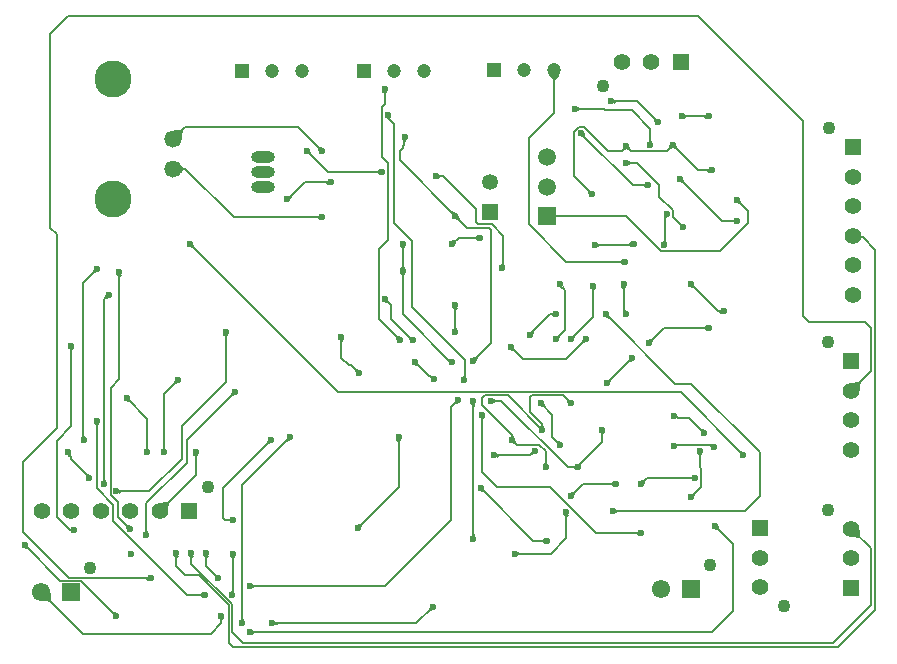
<source format=gbl>
G04*
G04 #@! TF.GenerationSoftware,Altium Limited,Altium Designer,23.2.1 (34)*
G04*
G04 Layer_Physical_Order=2*
G04 Layer_Color=16711680*
%FSLAX44Y44*%
%MOMM*%
G71*
G04*
G04 #@! TF.SameCoordinates,68E4E8A6-7446-48DA-AA85-862DCAE7E0FD*
G04*
G04*
G04 #@! TF.FilePolarity,Positive*
G04*
G01*
G75*
%ADD13C,0.1270*%
%ADD70C,1.1000*%
%ADD71C,1.4000*%
%ADD72R,1.4000X1.4000*%
%ADD73R,1.4000X1.4000*%
%ADD77C,1.2000*%
%ADD78R,1.2000X1.2000*%
%ADD79C,1.3500*%
%ADD80R,1.3500X1.3500*%
%ADD81C,1.5500*%
%ADD82R,1.5500X1.5500*%
%ADD87C,0.2032*%
%ADD89O,2.0000X1.0000*%
%ADD90C,3.1400*%
%ADD91C,1.4700*%
%ADD92C,1.5000*%
%ADD93R,1.5000X1.5000*%
%ADD94O,2.0000X1.0000*%
%ADD95C,0.6000*%
G36*
X469613Y502983D02*
X468008Y501143D01*
X467616Y500598D01*
X467295Y500087D01*
X467046Y499610D01*
X466868Y499167D01*
X466761Y498758D01*
X466725Y498384D01*
X465455D01*
X465419Y498758D01*
X465312Y499167D01*
X465134Y499610D01*
X464885Y500087D01*
X464564Y500598D01*
X464172Y501143D01*
X463173Y502336D01*
X462567Y502983D01*
X461890Y503665D01*
X470290D01*
X469613Y502983D01*
D02*
G37*
G36*
X324402Y489063D02*
X323933Y488511D01*
X323742Y488244D01*
X323581Y487982D01*
X323449Y487726D01*
X323347Y487476D01*
X323274Y487231D01*
X323230Y486992D01*
X323215Y486758D01*
X321945D01*
X321930Y486992D01*
X321886Y487231D01*
X321813Y487476D01*
X321711Y487726D01*
X321579Y487982D01*
X321418Y488244D01*
X321227Y488511D01*
X321007Y488784D01*
X320480Y489348D01*
X324680D01*
X324402Y489063D01*
D02*
G37*
G36*
X516777Y483152D02*
X517329Y482683D01*
X517596Y482492D01*
X517858Y482331D01*
X518114Y482199D01*
X518364Y482097D01*
X518609Y482024D01*
X518848Y481980D01*
X519082Y481965D01*
Y480695D01*
X518848Y480680D01*
X518609Y480636D01*
X518364Y480563D01*
X518114Y480461D01*
X517858Y480329D01*
X517596Y480168D01*
X517329Y479977D01*
X517056Y479757D01*
X516492Y479230D01*
Y483430D01*
X516777Y483152D01*
D02*
G37*
G36*
X486297Y476802D02*
X486849Y476333D01*
X487116Y476142D01*
X487378Y475981D01*
X487634Y475849D01*
X487884Y475747D01*
X488129Y475674D01*
X488368Y475630D01*
X488602Y475615D01*
Y474345D01*
X488368Y474330D01*
X488129Y474286D01*
X487884Y474213D01*
X487634Y474111D01*
X487378Y473979D01*
X487116Y473818D01*
X486849Y473627D01*
X486576Y473407D01*
X486012Y472880D01*
Y477080D01*
X486297Y476802D01*
D02*
G37*
G36*
X594758Y466530D02*
X594473Y466808D01*
X593921Y467277D01*
X593654Y467468D01*
X593392Y467629D01*
X593136Y467761D01*
X592886Y467863D01*
X592641Y467936D01*
X592402Y467980D01*
X592168Y467995D01*
Y469265D01*
X592402Y469280D01*
X592641Y469324D01*
X592886Y469397D01*
X593136Y469499D01*
X593392Y469631D01*
X593654Y469792D01*
X593921Y469983D01*
X594194Y470203D01*
X594758Y470730D01*
Y466530D01*
D02*
G37*
G36*
X576467Y470452D02*
X577019Y469983D01*
X577286Y469792D01*
X577548Y469631D01*
X577804Y469499D01*
X578054Y469397D01*
X578299Y469324D01*
X578539Y469280D01*
X578772Y469265D01*
Y467995D01*
X578539Y467980D01*
X578299Y467936D01*
X578054Y467863D01*
X577804Y467761D01*
X577548Y467629D01*
X577286Y467468D01*
X577019Y467277D01*
X576745Y467057D01*
X576182Y466530D01*
Y470730D01*
X576467Y470452D01*
D02*
G37*
G36*
X327333Y467832D02*
X327200Y467590D01*
X327106Y467354D01*
X327050Y467122D01*
X327033Y466897D01*
X327055Y466676D01*
X327115Y466462D01*
X327214Y466252D01*
X327351Y466049D01*
X327528Y465850D01*
X326373Y465209D01*
X326149Y465426D01*
X325402Y466071D01*
X324842Y466495D01*
X323907Y467124D01*
X323571Y467331D01*
X327505Y468080D01*
X327333Y467832D01*
D02*
G37*
G36*
X550998Y467190D02*
X551199Y467052D01*
X551424Y466931D01*
X551673Y466826D01*
X551948Y466738D01*
X552247Y466667D01*
X552570Y466613D01*
X552919Y466575D01*
X553690Y466550D01*
X550720Y463580D01*
X550716Y463978D01*
X550657Y464700D01*
X550603Y465023D01*
X550532Y465322D01*
X550444Y465597D01*
X550339Y465846D01*
X550218Y466071D01*
X550080Y466272D01*
X549925Y466447D01*
X550823Y467345D01*
X550998Y467190D01*
D02*
G37*
G36*
X491871Y453842D02*
X491848Y453489D01*
X491848Y453157D01*
X491871Y452846D01*
X491917Y452557D01*
X491986Y452289D01*
X492079Y452042D01*
X492194Y451816D01*
X492332Y451611D01*
X492494Y451427D01*
X491468Y450658D01*
X491304Y450803D01*
X491112Y450938D01*
X490892Y451064D01*
X490644Y451181D01*
X490368Y451289D01*
X490064Y451387D01*
X489370Y451554D01*
X488982Y451624D01*
X488565Y451685D01*
X491917Y454215D01*
X491871Y453842D01*
D02*
G37*
G36*
X152255Y457427D02*
X151979Y457087D01*
X151733Y456649D01*
X151517Y456115D01*
X151332Y455483D01*
X151177Y454754D01*
X151053Y453928D01*
X150895Y451985D01*
X150860Y449654D01*
X143583Y456930D01*
X144798Y456932D01*
X147858Y457123D01*
X148684Y457247D01*
X149413Y457402D01*
X150045Y457587D01*
X150579Y457803D01*
X151017Y458049D01*
X151357Y458325D01*
X152255Y457427D01*
D02*
G37*
G36*
X548020Y448998D02*
X548064Y448759D01*
X548137Y448514D01*
X548239Y448264D01*
X548371Y448008D01*
X548532Y447746D01*
X548723Y447479D01*
X548943Y447206D01*
X549470Y446642D01*
X545270D01*
X545548Y446927D01*
X546017Y447479D01*
X546208Y447746D01*
X546369Y448008D01*
X546501Y448264D01*
X546603Y448514D01*
X546676Y448759D01*
X546720Y448998D01*
X546735Y449232D01*
X548005D01*
X548020Y448998D01*
D02*
G37*
G36*
X341032Y448768D02*
X340808Y448586D01*
X340607Y448393D01*
X340430Y448188D01*
X340277Y447972D01*
X340147Y447745D01*
X340041Y447506D01*
X339958Y447255D01*
X339899Y446993D01*
X339864Y446720D01*
X339852Y446436D01*
X337820Y446728D01*
X337811Y447002D01*
X337782Y447273D01*
X337734Y447542D01*
X337668Y447807D01*
X337582Y448068D01*
X337478Y448327D01*
X337354Y448582D01*
X337212Y448834D01*
X337050Y449084D01*
X336870Y449329D01*
X341032Y448768D01*
D02*
G37*
G36*
X569424Y444072D02*
X569483Y443350D01*
X569537Y443027D01*
X569608Y442728D01*
X569696Y442453D01*
X569801Y442204D01*
X569922Y441979D01*
X570060Y441778D01*
X570215Y441603D01*
X569317Y440705D01*
X569142Y440860D01*
X568941Y440998D01*
X568716Y441119D01*
X568467Y441224D01*
X568192Y441312D01*
X567893Y441383D01*
X567570Y441437D01*
X567221Y441475D01*
X566450Y441500D01*
X569420Y444470D01*
X569424Y444072D01*
D02*
G37*
G36*
X566390Y441500D02*
X565992Y441496D01*
X565270Y441437D01*
X564947Y441383D01*
X564648Y441312D01*
X564373Y441224D01*
X564124Y441119D01*
X563899Y440998D01*
X563699Y440860D01*
X563523Y440705D01*
X562625Y441603D01*
X562780Y441778D01*
X562918Y441979D01*
X563039Y442204D01*
X563144Y442453D01*
X563232Y442728D01*
X563303Y443027D01*
X563357Y443350D01*
X563395Y443699D01*
X563420Y444470D01*
X566390Y441500D01*
D02*
G37*
G36*
X266518Y443370D02*
X266719Y443232D01*
X266944Y443111D01*
X267193Y443006D01*
X267468Y442918D01*
X267767Y442847D01*
X268090Y442793D01*
X268439Y442755D01*
X269210Y442730D01*
X266240Y439760D01*
X266236Y440158D01*
X266177Y440880D01*
X266123Y441203D01*
X266052Y441502D01*
X265964Y441777D01*
X265859Y442026D01*
X265738Y442251D01*
X265600Y442452D01*
X265445Y442627D01*
X266343Y443525D01*
X266518Y443370D01*
D02*
G37*
G36*
X530054Y442802D02*
X530113Y442080D01*
X530167Y441757D01*
X530238Y441458D01*
X530326Y441183D01*
X530431Y440934D01*
X530552Y440709D01*
X530690Y440508D01*
X530845Y440333D01*
X529947Y439435D01*
X529771Y439590D01*
X529571Y439728D01*
X529346Y439849D01*
X529097Y439954D01*
X528822Y440042D01*
X528523Y440113D01*
X528200Y440167D01*
X527851Y440205D01*
X527080Y440230D01*
X530050Y443200D01*
X530054Y442802D01*
D02*
G37*
G36*
X527020Y440230D02*
X526622Y440226D01*
X525900Y440167D01*
X525577Y440113D01*
X525278Y440042D01*
X525003Y439954D01*
X524754Y439849D01*
X524529Y439728D01*
X524328Y439590D01*
X524153Y439435D01*
X523255Y440333D01*
X523410Y440508D01*
X523548Y440709D01*
X523669Y440934D01*
X523774Y441183D01*
X523862Y441458D01*
X523933Y441757D01*
X523987Y442080D01*
X524025Y442429D01*
X524050Y443200D01*
X527020Y440230D01*
D02*
G37*
G36*
X259544Y439302D02*
X259603Y438580D01*
X259657Y438257D01*
X259728Y437958D01*
X259816Y437683D01*
X259921Y437434D01*
X260042Y437209D01*
X260180Y437009D01*
X260335Y436833D01*
X259437Y435935D01*
X259261Y436090D01*
X259061Y436228D01*
X258836Y436349D01*
X258587Y436454D01*
X258312Y436542D01*
X258013Y436613D01*
X257690Y436667D01*
X257341Y436705D01*
X256570Y436730D01*
X259540Y439700D01*
X259544Y439302D01*
D02*
G37*
G36*
X529477Y431082D02*
X530029Y430613D01*
X530296Y430422D01*
X530558Y430261D01*
X530814Y430129D01*
X531064Y430027D01*
X531309Y429954D01*
X531549Y429910D01*
X531782Y429895D01*
Y428625D01*
X531549Y428610D01*
X531309Y428566D01*
X531064Y428493D01*
X530814Y428391D01*
X530558Y428259D01*
X530296Y428098D01*
X530029Y427907D01*
X529756Y427687D01*
X529192Y427160D01*
Y431360D01*
X529477Y431082D01*
D02*
G37*
G36*
X150361Y426956D02*
X150653Y426507D01*
X150964Y426110D01*
X151294Y425767D01*
X151642Y425476D01*
X152010Y425238D01*
X152397Y425053D01*
X152802Y424921D01*
X153227Y424841D01*
X153670Y424815D01*
Y423545D01*
X153227Y423519D01*
X152802Y423439D01*
X152397Y423307D01*
X152010Y423122D01*
X151642Y422884D01*
X151294Y422593D01*
X150964Y422250D01*
X150653Y421853D01*
X150361Y421404D01*
X150088Y420902D01*
Y427458D01*
X150361Y426956D01*
D02*
G37*
G36*
X597298Y420810D02*
X597013Y421088D01*
X596461Y421557D01*
X596194Y421748D01*
X595932Y421909D01*
X595676Y422041D01*
X595426Y422143D01*
X595181Y422216D01*
X594941Y422260D01*
X594708Y422275D01*
Y423545D01*
X594941Y423560D01*
X595181Y423604D01*
X595426Y423677D01*
X595676Y423779D01*
X595932Y423911D01*
X596194Y424072D01*
X596461Y424263D01*
X596735Y424483D01*
X597298Y425010D01*
Y420810D01*
D02*
G37*
G36*
X317898Y419540D02*
X317613Y419818D01*
X317061Y420287D01*
X316794Y420478D01*
X316532Y420639D01*
X316276Y420771D01*
X316026Y420873D01*
X315781Y420946D01*
X315541Y420990D01*
X315308Y421005D01*
Y422275D01*
X315541Y422290D01*
X315781Y422334D01*
X316026Y422407D01*
X316276Y422509D01*
X316532Y422641D01*
X316794Y422802D01*
X317061Y422993D01*
X317334Y423213D01*
X317898Y423740D01*
Y419540D01*
D02*
G37*
G36*
X368187Y419652D02*
X368739Y419183D01*
X369006Y418992D01*
X369268Y418831D01*
X369524Y418699D01*
X369774Y418597D01*
X370019Y418524D01*
X370258Y418480D01*
X370492Y418465D01*
Y417195D01*
X370258Y417180D01*
X370019Y417136D01*
X369774Y417063D01*
X369524Y416961D01*
X369268Y416829D01*
X369006Y416668D01*
X368739Y416477D01*
X368465Y416257D01*
X367902Y415730D01*
Y419930D01*
X368187Y419652D01*
D02*
G37*
G36*
X575774Y414862D02*
X575833Y414140D01*
X575887Y413817D01*
X575958Y413518D01*
X576046Y413243D01*
X576151Y412994D01*
X576272Y412769D01*
X576410Y412569D01*
X576565Y412393D01*
X575667Y411495D01*
X575491Y411650D01*
X575291Y411788D01*
X575066Y411909D01*
X574817Y412014D01*
X574542Y412102D01*
X574243Y412173D01*
X573920Y412227D01*
X573571Y412265D01*
X572800Y412290D01*
X575770Y415260D01*
X575774Y414862D01*
D02*
G37*
G36*
X274718Y410650D02*
X274433Y410928D01*
X273881Y411397D01*
X273614Y411588D01*
X273352Y411749D01*
X273096Y411881D01*
X272846Y411983D01*
X272601Y412056D01*
X272362Y412100D01*
X272128Y412115D01*
Y413385D01*
X272362Y413400D01*
X272601Y413444D01*
X272846Y413517D01*
X273096Y413619D01*
X273352Y413751D01*
X273614Y413912D01*
X273881Y414103D01*
X274154Y414323D01*
X274718Y414850D01*
Y410650D01*
D02*
G37*
G36*
X543298Y408110D02*
X543013Y408388D01*
X542461Y408857D01*
X542194Y409048D01*
X541932Y409209D01*
X541676Y409341D01*
X541426Y409443D01*
X541181Y409516D01*
X540942Y409560D01*
X540708Y409575D01*
Y410845D01*
X540942Y410860D01*
X541181Y410904D01*
X541426Y410977D01*
X541676Y411079D01*
X541932Y411211D01*
X542194Y411372D01*
X542461Y411563D01*
X542734Y411783D01*
X543298Y412310D01*
Y408110D01*
D02*
G37*
G36*
X495118Y406230D02*
X495319Y406092D01*
X495544Y405971D01*
X495793Y405866D01*
X496068Y405778D01*
X496367Y405707D01*
X496690Y405653D01*
X497039Y405615D01*
X497810Y405590D01*
X494840Y402620D01*
X494836Y403018D01*
X494777Y403740D01*
X494723Y404063D01*
X494652Y404362D01*
X494564Y404637D01*
X494459Y404886D01*
X494338Y405111D01*
X494200Y405312D01*
X494045Y405487D01*
X494943Y406385D01*
X495118Y406230D01*
D02*
G37*
G36*
X244210Y400792D02*
X244084Y400651D01*
X243958Y400477D01*
X243829Y400270D01*
X243700Y400031D01*
X243438Y399454D01*
X243172Y398748D01*
X242901Y397911D01*
X240957Y401633D01*
X241295Y401535D01*
X241618Y401467D01*
X241924Y401428D01*
X242213Y401418D01*
X242486Y401438D01*
X242742Y401488D01*
X242982Y401567D01*
X243205Y401675D01*
X243412Y401813D01*
X243602Y401980D01*
X244210Y400792D01*
D02*
G37*
G36*
X624034Y397082D02*
X624093Y396360D01*
X624147Y396037D01*
X624218Y395738D01*
X624306Y395463D01*
X624411Y395214D01*
X624532Y394989D01*
X624670Y394789D01*
X624825Y394613D01*
X623927Y393715D01*
X623751Y393870D01*
X623551Y394008D01*
X623326Y394129D01*
X623077Y394234D01*
X622802Y394322D01*
X622503Y394393D01*
X622180Y394447D01*
X621831Y394485D01*
X621060Y394510D01*
X624030Y397480D01*
X624034Y397082D01*
D02*
G37*
G36*
X379925Y388277D02*
X380141Y388107D01*
X380368Y387957D01*
X380604Y387828D01*
X380851Y387719D01*
X381108Y387631D01*
X381376Y387562D01*
X381654Y387514D01*
X381942Y387487D01*
X382240Y387480D01*
X379270Y384510D01*
X379263Y384808D01*
X379235Y385097D01*
X379188Y385374D01*
X379119Y385642D01*
X379031Y385899D01*
X378922Y386146D01*
X378793Y386382D01*
X378643Y386609D01*
X378473Y386825D01*
X378283Y387030D01*
X379720Y388467D01*
X379925Y388277D01*
D02*
G37*
G36*
X467192Y385089D02*
X467231Y384981D01*
X467296Y384886D01*
X467387Y384804D01*
X467504Y384734D01*
X467647Y384677D01*
X467816Y384632D01*
X468011Y384600D01*
X468232Y384581D01*
X468479Y384575D01*
Y383305D01*
X468232Y383299D01*
X468011Y383280D01*
X467816Y383248D01*
X467647Y383203D01*
X467504Y383146D01*
X467387Y383076D01*
X467296Y382994D01*
X467231Y382899D01*
X467192Y382791D01*
X467179Y382670D01*
Y385210D01*
X467192Y385089D01*
D02*
G37*
G36*
X267098Y381130D02*
X266813Y381408D01*
X266261Y381877D01*
X265994Y382068D01*
X265732Y382229D01*
X265476Y382361D01*
X265226Y382463D01*
X264981Y382536D01*
X264741Y382580D01*
X264508Y382595D01*
Y383865D01*
X264741Y383880D01*
X264981Y383924D01*
X265226Y383997D01*
X265476Y384099D01*
X265732Y384231D01*
X265994Y384392D01*
X266261Y384583D01*
X266535Y384803D01*
X267098Y385330D01*
Y381130D01*
D02*
G37*
G36*
X385277Y384152D02*
X385304Y383863D01*
X385352Y383586D01*
X385420Y383318D01*
X385509Y383061D01*
X385618Y382814D01*
X385747Y382578D01*
X385897Y382351D01*
X386067Y382135D01*
X386257Y381930D01*
X384820Y380493D01*
X384615Y380683D01*
X384399Y380853D01*
X384172Y381003D01*
X383936Y381132D01*
X383689Y381241D01*
X383432Y381329D01*
X383164Y381398D01*
X382887Y381446D01*
X382598Y381473D01*
X382300Y381480D01*
X385270Y384450D01*
X385277Y384152D01*
D02*
G37*
G36*
X618888Y377930D02*
X618603Y378208D01*
X618051Y378677D01*
X617784Y378868D01*
X617522Y379029D01*
X617266Y379161D01*
X617016Y379263D01*
X616771Y379336D01*
X616531Y379380D01*
X616298Y379395D01*
Y380665D01*
X616531Y380680D01*
X616771Y380724D01*
X617016Y380797D01*
X617266Y380899D01*
X617522Y381031D01*
X617784Y381192D01*
X618051Y381383D01*
X618325Y381603D01*
X618888Y382130D01*
Y377930D01*
D02*
G37*
G36*
X572589Y378290D02*
X572789Y378152D01*
X573014Y378031D01*
X573263Y377926D01*
X573538Y377838D01*
X573837Y377767D01*
X574160Y377713D01*
X574509Y377675D01*
X575280Y377650D01*
X572310Y374680D01*
X572306Y375078D01*
X572247Y375800D01*
X572193Y376123D01*
X572122Y376422D01*
X572034Y376697D01*
X571929Y376946D01*
X571808Y377171D01*
X571670Y377371D01*
X571515Y377547D01*
X572413Y378445D01*
X572589Y378290D01*
D02*
G37*
G36*
X725825Y367772D02*
X725868Y367636D01*
X725932Y367516D01*
X726018Y367412D01*
X726125Y367324D01*
X726254Y367252D01*
X726404Y367196D01*
X726575Y367156D01*
X726767Y367132D01*
X726981Y367124D01*
Y365854D01*
X726733Y365846D01*
X726505Y365824D01*
X726297Y365785D01*
X726110Y365732D01*
X725944Y365664D01*
X725798Y365580D01*
X725672Y365481D01*
X725567Y365367D01*
X725482Y365238D01*
X725418Y365093D01*
X725803Y367924D01*
X725825Y367772D01*
D02*
G37*
G36*
X400654Y363960D02*
X400369Y364238D01*
X399817Y364707D01*
X399550Y364898D01*
X399288Y365059D01*
X399032Y365191D01*
X398782Y365293D01*
X398537Y365366D01*
X398298Y365410D01*
X398064Y365425D01*
Y366695D01*
X398298Y366710D01*
X398537Y366754D01*
X398782Y366827D01*
X399032Y366929D01*
X399288Y367061D01*
X399550Y367222D01*
X399817Y367413D01*
X400090Y367633D01*
X400654Y368160D01*
Y363960D01*
D02*
G37*
G36*
X560220Y364168D02*
X560233Y363953D01*
X560272Y363723D01*
X560337Y363479D01*
X560428Y363220D01*
X560545Y362947D01*
X560687Y362659D01*
X561051Y362038D01*
X561272Y361706D01*
X561519Y361360D01*
X557374Y362039D01*
X557673Y362262D01*
X557941Y362487D01*
X558178Y362715D01*
X558383Y362946D01*
X558556Y363179D01*
X558698Y363414D01*
X558808Y363652D01*
X558887Y363893D01*
X558934Y364136D01*
X558950Y364381D01*
X560220Y364168D01*
D02*
G37*
G36*
X383525Y363577D02*
X383370Y363401D01*
X383232Y363201D01*
X383111Y362976D01*
X383006Y362727D01*
X382918Y362452D01*
X382847Y362153D01*
X382793Y361830D01*
X382755Y361481D01*
X382730Y360710D01*
X379760Y363680D01*
X380158Y363684D01*
X380880Y363743D01*
X381203Y363797D01*
X381502Y363868D01*
X381777Y363956D01*
X382026Y364061D01*
X382251Y364182D01*
X382452Y364320D01*
X382627Y364475D01*
X383525Y363577D01*
D02*
G37*
G36*
X531451Y358174D02*
X531084Y358409D01*
X530090Y358965D01*
X529795Y359101D01*
X529256Y359299D01*
X529014Y359361D01*
X528789Y359398D01*
X528582Y359410D01*
X528300Y360680D01*
X528548Y360696D01*
X528792Y360744D01*
X529030Y360824D01*
X529264Y360936D01*
X529493Y361080D01*
X529716Y361256D01*
X529935Y361464D01*
X530149Y361703D01*
X530358Y361975D01*
X530562Y362279D01*
X531451Y358174D01*
D02*
G37*
G36*
X502396Y361681D02*
X503390Y361125D01*
X503685Y360989D01*
X504224Y360791D01*
X504466Y360729D01*
X504691Y360692D01*
X504898Y360680D01*
X505180Y359410D01*
X504932Y359394D01*
X504688Y359346D01*
X504450Y359266D01*
X504216Y359154D01*
X503987Y359010D01*
X503764Y358834D01*
X503545Y358627D01*
X503331Y358387D01*
X503122Y358115D01*
X502918Y357811D01*
X502029Y361916D01*
X502396Y361681D01*
D02*
G37*
G36*
X160484Y360252D02*
X160543Y359530D01*
X160597Y359207D01*
X160668Y358908D01*
X160756Y358633D01*
X160861Y358384D01*
X160982Y358159D01*
X161120Y357958D01*
X161275Y357783D01*
X160377Y356885D01*
X160201Y357040D01*
X160001Y357178D01*
X159776Y357299D01*
X159527Y357404D01*
X159252Y357492D01*
X158953Y357563D01*
X158630Y357617D01*
X158281Y357655D01*
X157510Y357680D01*
X160480Y360650D01*
X160484Y360252D01*
D02*
G37*
G36*
X339642Y358253D02*
X339173Y357701D01*
X338982Y357434D01*
X338821Y357172D01*
X338689Y356916D01*
X338587Y356666D01*
X338514Y356421D01*
X338470Y356181D01*
X338455Y355948D01*
X337185D01*
X337170Y356181D01*
X337126Y356421D01*
X337053Y356666D01*
X336951Y356916D01*
X336819Y357172D01*
X336658Y357434D01*
X336467Y357701D01*
X336247Y357975D01*
X335720Y358538D01*
X339920D01*
X339642Y358253D01*
D02*
G37*
G36*
X523638Y343340D02*
X523353Y343618D01*
X522801Y344087D01*
X522534Y344278D01*
X522272Y344439D01*
X522016Y344571D01*
X521766Y344673D01*
X521521Y344746D01*
X521282Y344790D01*
X521048Y344805D01*
Y346075D01*
X521282Y346090D01*
X521521Y346134D01*
X521766Y346207D01*
X522016Y346309D01*
X522272Y346441D01*
X522534Y346602D01*
X522801Y346793D01*
X523074Y347013D01*
X523638Y347540D01*
Y343340D01*
D02*
G37*
G36*
X423545Y344478D02*
X423554Y344314D01*
X423581Y344120D01*
X423625Y343894D01*
X423768Y343350D01*
X423982Y342682D01*
X424436Y341448D01*
X420644Y343190D01*
X420954Y343312D01*
X421231Y343450D01*
X421476Y343602D01*
X421688Y343770D01*
X421867Y343952D01*
X422014Y344150D01*
X422128Y344363D01*
X422210Y344591D01*
X422259Y344834D01*
X422275Y345092D01*
X423545Y344478D01*
D02*
G37*
G36*
X338470Y342318D02*
X338514Y342079D01*
X338587Y341834D01*
X338689Y341584D01*
X338821Y341328D01*
X338982Y341066D01*
X339173Y340799D01*
X339393Y340526D01*
X339920Y339962D01*
X335720D01*
X335998Y340247D01*
X336467Y340799D01*
X336658Y341066D01*
X336819Y341328D01*
X336951Y341584D01*
X337053Y341834D01*
X337126Y342079D01*
X337170Y342318D01*
X337185Y342552D01*
X338455D01*
X338470Y342318D01*
D02*
G37*
G36*
X78710Y336090D02*
X78312Y336086D01*
X77590Y336027D01*
X77267Y335973D01*
X76968Y335902D01*
X76693Y335814D01*
X76444Y335709D01*
X76219Y335588D01*
X76019Y335450D01*
X75843Y335295D01*
X74945Y336193D01*
X75100Y336368D01*
X75238Y336569D01*
X75359Y336794D01*
X75464Y337043D01*
X75552Y337318D01*
X75623Y337617D01*
X75677Y337940D01*
X75715Y338289D01*
X75740Y339060D01*
X78710Y336090D01*
D02*
G37*
G36*
X339642Y335393D02*
X339173Y334841D01*
X338982Y334574D01*
X338821Y334312D01*
X338689Y334056D01*
X338587Y333806D01*
X338514Y333561D01*
X338470Y333321D01*
X338455Y333088D01*
X337185D01*
X337170Y333321D01*
X337126Y333561D01*
X337053Y333806D01*
X336951Y334056D01*
X336819Y334312D01*
X336658Y334574D01*
X336467Y334841D01*
X336247Y335115D01*
X335720Y335678D01*
X339920D01*
X339642Y335393D01*
D02*
G37*
G36*
X99612Y334123D02*
X99143Y333571D01*
X98952Y333304D01*
X98791Y333042D01*
X98659Y332786D01*
X98557Y332536D01*
X98484Y332291D01*
X98440Y332052D01*
X98425Y331818D01*
X97155D01*
X97140Y332052D01*
X97096Y332291D01*
X97023Y332536D01*
X96921Y332786D01*
X96789Y333042D01*
X96628Y333304D01*
X96437Y333571D01*
X96217Y333844D01*
X95690Y334408D01*
X99890D01*
X99612Y334123D01*
D02*
G37*
G36*
X584664Y325962D02*
X584723Y325240D01*
X584777Y324917D01*
X584848Y324618D01*
X584936Y324343D01*
X585041Y324094D01*
X585162Y323869D01*
X585300Y323669D01*
X585455Y323493D01*
X584557Y322595D01*
X584381Y322750D01*
X584181Y322888D01*
X583956Y323009D01*
X583707Y323114D01*
X583432Y323202D01*
X583133Y323273D01*
X582810Y323327D01*
X582461Y323365D01*
X581690Y323390D01*
X584660Y326360D01*
X584664Y325962D01*
D02*
G37*
G36*
X473922Y325118D02*
X473853Y324796D01*
X473814Y324491D01*
X473804Y324202D01*
X473823Y323930D01*
X473872Y323674D01*
X473951Y323434D01*
X474059Y323211D01*
X474197Y323004D01*
X474365Y322814D01*
X473174Y322208D01*
X473033Y322333D01*
X472859Y322460D01*
X472653Y322588D01*
X472414Y322717D01*
X471838Y322980D01*
X471131Y323248D01*
X470294Y323521D01*
X474021Y325456D01*
X473922Y325118D01*
D02*
G37*
G36*
X526632Y323963D02*
X526163Y323411D01*
X525972Y323144D01*
X525811Y322882D01*
X525679Y322626D01*
X525577Y322376D01*
X525504Y322131D01*
X525460Y321892D01*
X525445Y321658D01*
X524175D01*
X524160Y321892D01*
X524116Y322131D01*
X524043Y322376D01*
X523941Y322626D01*
X523809Y322882D01*
X523648Y323144D01*
X523457Y323411D01*
X523237Y323685D01*
X522710Y324248D01*
X526910D01*
X526632Y323963D01*
D02*
G37*
G36*
X500932Y322693D02*
X500463Y322141D01*
X500272Y321874D01*
X500111Y321612D01*
X499979Y321356D01*
X499877Y321106D01*
X499804Y320861D01*
X499760Y320621D01*
X499745Y320388D01*
X498475D01*
X498460Y320621D01*
X498416Y320861D01*
X498343Y321106D01*
X498241Y321356D01*
X498109Y321612D01*
X497948Y321874D01*
X497757Y322141D01*
X497537Y322415D01*
X497010Y322978D01*
X501210D01*
X500932Y322693D01*
D02*
G37*
G36*
X88870Y314500D02*
X88472Y314496D01*
X87750Y314437D01*
X87427Y314383D01*
X87128Y314312D01*
X86853Y314224D01*
X86604Y314119D01*
X86379Y313998D01*
X86179Y313860D01*
X86003Y313705D01*
X85105Y314603D01*
X85260Y314778D01*
X85398Y314979D01*
X85519Y315204D01*
X85624Y315453D01*
X85712Y315728D01*
X85783Y316027D01*
X85837Y316350D01*
X85875Y316699D01*
X85900Y317470D01*
X88870Y314500D01*
D02*
G37*
G36*
X325584Y313262D02*
X325643Y312540D01*
X325697Y312217D01*
X325768Y311918D01*
X325856Y311643D01*
X325961Y311394D01*
X326082Y311169D01*
X326220Y310968D01*
X326375Y310793D01*
X325477Y309895D01*
X325302Y310050D01*
X325101Y310188D01*
X324876Y310309D01*
X324627Y310414D01*
X324352Y310502D01*
X324053Y310573D01*
X323730Y310627D01*
X323381Y310665D01*
X322610Y310690D01*
X325580Y313660D01*
X325584Y313262D01*
D02*
G37*
G36*
X384092Y306183D02*
X383623Y305631D01*
X383432Y305364D01*
X383271Y305102D01*
X383139Y304846D01*
X383037Y304596D01*
X382964Y304351D01*
X382920Y304111D01*
X382905Y303878D01*
X381635D01*
X381620Y304111D01*
X381576Y304351D01*
X381503Y304596D01*
X381401Y304846D01*
X381269Y305102D01*
X381108Y305364D01*
X380917Y305631D01*
X380697Y305905D01*
X380170Y306468D01*
X384370D01*
X384092Y306183D01*
D02*
G37*
G36*
X525450Y304777D02*
X525826Y304469D01*
X526012Y304344D01*
X526195Y304237D01*
X526377Y304150D01*
X526557Y304081D01*
X526735Y304032D01*
X526912Y304001D01*
X527086Y303990D01*
X524575Y302686D01*
X524658Y302824D01*
X524718Y302961D01*
X524754Y303099D01*
X524768Y303237D01*
X524758Y303374D01*
X524725Y303512D01*
X524669Y303649D01*
X524589Y303786D01*
X524487Y303924D01*
X524361Y304061D01*
X525259Y304959D01*
X525450Y304777D01*
D02*
G37*
G36*
X607338Y301430D02*
X607053Y301708D01*
X606501Y302177D01*
X606234Y302368D01*
X605972Y302529D01*
X605716Y302661D01*
X605466Y302763D01*
X605221Y302836D01*
X604981Y302880D01*
X604748Y302895D01*
Y304165D01*
X604981Y304180D01*
X605221Y304224D01*
X605466Y304297D01*
X605716Y304399D01*
X605972Y304531D01*
X606234Y304692D01*
X606501Y304883D01*
X606774Y305103D01*
X607338Y305630D01*
Y301430D01*
D02*
G37*
G36*
X465518Y298890D02*
X465233Y299168D01*
X464681Y299637D01*
X464414Y299828D01*
X464152Y299989D01*
X463896Y300121D01*
X463646Y300223D01*
X463401Y300296D01*
X463162Y300340D01*
X462928Y300355D01*
Y301625D01*
X463162Y301640D01*
X463401Y301684D01*
X463646Y301757D01*
X463896Y301859D01*
X464152Y301991D01*
X464414Y302152D01*
X464681Y302343D01*
X464954Y302563D01*
X465518Y303090D01*
Y298890D01*
D02*
G37*
G36*
X512574Y300562D02*
X512633Y299840D01*
X512687Y299517D01*
X512758Y299218D01*
X512846Y298943D01*
X512951Y298694D01*
X513072Y298469D01*
X513210Y298269D01*
X513365Y298093D01*
X512467Y297195D01*
X512291Y297350D01*
X512091Y297488D01*
X511866Y297609D01*
X511617Y297714D01*
X511342Y297802D01*
X511043Y297873D01*
X510720Y297927D01*
X510371Y297965D01*
X509600Y297990D01*
X512570Y300960D01*
X512574Y300562D01*
D02*
G37*
G36*
X382920Y290249D02*
X382964Y290009D01*
X383037Y289764D01*
X383139Y289514D01*
X383271Y289258D01*
X383432Y288996D01*
X383623Y288729D01*
X383843Y288456D01*
X384370Y287892D01*
X380170D01*
X380448Y288177D01*
X380917Y288729D01*
X381108Y288996D01*
X381269Y289258D01*
X381401Y289514D01*
X381503Y289764D01*
X381576Y290009D01*
X381620Y290249D01*
X381635Y290482D01*
X382905D01*
X382920Y290249D01*
D02*
G37*
G36*
X594758Y287460D02*
X594473Y287738D01*
X593921Y288207D01*
X593654Y288398D01*
X593392Y288559D01*
X593136Y288691D01*
X592886Y288793D01*
X592641Y288866D01*
X592402Y288910D01*
X592168Y288925D01*
Y290195D01*
X592402Y290210D01*
X592641Y290254D01*
X592886Y290327D01*
X593136Y290429D01*
X593392Y290561D01*
X593654Y290722D01*
X593921Y290913D01*
X594194Y291133D01*
X594758Y291660D01*
Y287460D01*
D02*
G37*
G36*
X449299Y287111D02*
X449137Y286926D01*
X448998Y286722D01*
X448883Y286496D01*
X448792Y286249D01*
X448723Y285981D01*
X448679Y285692D01*
X448657Y285383D01*
X448659Y285052D01*
X448685Y284701D01*
X448733Y284328D01*
X445361Y286832D01*
X445779Y286896D01*
X446862Y287141D01*
X447167Y287241D01*
X447443Y287349D01*
X447691Y287467D01*
X447911Y287593D01*
X448102Y287728D01*
X448265Y287873D01*
X449299Y287111D01*
D02*
G37*
G36*
X189782Y283323D02*
X189313Y282771D01*
X189122Y282504D01*
X188961Y282242D01*
X188829Y281986D01*
X188727Y281736D01*
X188654Y281491D01*
X188610Y281252D01*
X188595Y281018D01*
X187325D01*
X187310Y281252D01*
X187266Y281491D01*
X187193Y281736D01*
X187091Y281986D01*
X186959Y282242D01*
X186798Y282504D01*
X186607Y282771D01*
X186387Y283044D01*
X185860Y283608D01*
X190060D01*
X189782Y283323D01*
D02*
G37*
G36*
X483855Y282782D02*
X483700Y282607D01*
X483562Y282406D01*
X483441Y282181D01*
X483336Y281932D01*
X483248Y281657D01*
X483177Y281358D01*
X483123Y281035D01*
X483085Y280686D01*
X483060Y279915D01*
X480090Y282885D01*
X480488Y282889D01*
X481210Y282948D01*
X481533Y283002D01*
X481832Y283073D01*
X482107Y283161D01*
X482356Y283266D01*
X482581Y283387D01*
X482781Y283525D01*
X482957Y283680D01*
X483855Y282782D01*
D02*
G37*
G36*
X471155D02*
X471000Y282607D01*
X470862Y282406D01*
X470741Y282181D01*
X470636Y281932D01*
X470548Y281657D01*
X470477Y281358D01*
X470423Y281035D01*
X470385Y280686D01*
X470360Y279915D01*
X467390Y282885D01*
X467788Y282889D01*
X468510Y282948D01*
X468833Y283002D01*
X469132Y283073D01*
X469407Y283161D01*
X469656Y283266D01*
X469881Y283387D01*
X470081Y283525D01*
X470257Y283680D01*
X471155Y282782D01*
D02*
G37*
G36*
X332559Y283040D02*
X332759Y282902D01*
X332984Y282781D01*
X333233Y282676D01*
X333508Y282588D01*
X333807Y282517D01*
X334130Y282463D01*
X334479Y282425D01*
X335250Y282400D01*
X332280Y279430D01*
X332276Y279828D01*
X332217Y280550D01*
X332163Y280873D01*
X332092Y281172D01*
X332004Y281447D01*
X331899Y281696D01*
X331778Y281921D01*
X331640Y282122D01*
X331485Y282297D01*
X332383Y283195D01*
X332559Y283040D01*
D02*
G37*
G36*
X343328Y282433D02*
X343535Y282295D01*
X343758Y282187D01*
X343998Y282108D01*
X344254Y282058D01*
X344527Y282038D01*
X344817Y282048D01*
X345122Y282087D01*
X345445Y282155D01*
X345783Y282253D01*
X343839Y278531D01*
X343703Y278965D01*
X343170Y280379D01*
X343040Y280651D01*
X342782Y281097D01*
X342656Y281271D01*
X342530Y281412D01*
X343138Y282600D01*
X343328Y282433D01*
D02*
G37*
G36*
X287644Y279582D02*
X287460Y279358D01*
X287297Y279128D01*
X287156Y278891D01*
X287037Y278646D01*
X286939Y278395D01*
X286864Y278136D01*
X286809Y277870D01*
X286777Y277597D01*
X286766Y277317D01*
X284734D01*
X284723Y277597D01*
X284691Y277870D01*
X284636Y278136D01*
X284561Y278395D01*
X284463Y278646D01*
X284344Y278891D01*
X284203Y279128D01*
X284040Y279358D01*
X283856Y279582D01*
X283650Y279798D01*
X287850D01*
X287644Y279582D01*
D02*
G37*
G36*
X549895Y279757D02*
X549740Y279582D01*
X549602Y279381D01*
X549481Y279156D01*
X549376Y278907D01*
X549288Y278632D01*
X549217Y278333D01*
X549163Y278010D01*
X549125Y277661D01*
X549100Y276890D01*
X546130Y279860D01*
X546528Y279864D01*
X547250Y279923D01*
X547573Y279977D01*
X547872Y280048D01*
X548147Y280136D01*
X548396Y280241D01*
X548621Y280362D01*
X548821Y280500D01*
X548997Y280655D01*
X549895Y279757D01*
D02*
G37*
G36*
X492730Y276885D02*
X492332Y276881D01*
X491610Y276822D01*
X491287Y276768D01*
X490988Y276697D01*
X490713Y276609D01*
X490464Y276504D01*
X490239Y276383D01*
X490038Y276245D01*
X489863Y276090D01*
X488965Y276988D01*
X489120Y277164D01*
X489258Y277364D01*
X489379Y277589D01*
X489484Y277838D01*
X489572Y278113D01*
X489643Y278412D01*
X489697Y278735D01*
X489735Y279084D01*
X489760Y279855D01*
X492730Y276885D01*
D02*
G37*
G36*
X58972Y271893D02*
X58503Y271341D01*
X58312Y271074D01*
X58151Y270812D01*
X58019Y270556D01*
X57917Y270306D01*
X57844Y270061D01*
X57800Y269821D01*
X57785Y269588D01*
X56515D01*
X56500Y269821D01*
X56456Y270061D01*
X56383Y270306D01*
X56281Y270556D01*
X56149Y270812D01*
X55988Y271074D01*
X55797Y271341D01*
X55577Y271614D01*
X55050Y272178D01*
X59250D01*
X58972Y271893D01*
D02*
G37*
G36*
X432264Y272622D02*
X432323Y271900D01*
X432377Y271577D01*
X432448Y271278D01*
X432536Y271003D01*
X432641Y270754D01*
X432762Y270529D01*
X432900Y270329D01*
X433055Y270153D01*
X432157Y269255D01*
X431982Y269410D01*
X431781Y269548D01*
X431556Y269669D01*
X431307Y269774D01*
X431032Y269862D01*
X430733Y269933D01*
X430410Y269987D01*
X430061Y270025D01*
X429290Y270050D01*
X432260Y273020D01*
X432264Y272622D01*
D02*
G37*
G36*
X401497Y264170D02*
X401307Y263965D01*
X401137Y263749D01*
X400987Y263522D01*
X400858Y263286D01*
X400749Y263039D01*
X400661Y262782D01*
X400592Y262514D01*
X400545Y262236D01*
X400517Y261948D01*
X400510Y261650D01*
X397540Y264620D01*
X397838Y264627D01*
X398126Y264655D01*
X398404Y264702D01*
X398672Y264771D01*
X398929Y264859D01*
X399176Y264968D01*
X399412Y265097D01*
X399639Y265247D01*
X399855Y265417D01*
X400060Y265607D01*
X401497Y264170D01*
D02*
G37*
G36*
X532100Y261160D02*
X531702Y261156D01*
X530980Y261097D01*
X530657Y261043D01*
X530358Y260972D01*
X530083Y260884D01*
X529834Y260779D01*
X529609Y260658D01*
X529408Y260520D01*
X529233Y260365D01*
X528335Y261263D01*
X528490Y261439D01*
X528628Y261639D01*
X528749Y261864D01*
X528854Y262113D01*
X528942Y262388D01*
X529013Y262687D01*
X529067Y263010D01*
X529105Y263359D01*
X529130Y264130D01*
X532100Y261160D01*
D02*
G37*
G36*
X376348Y263383D02*
X376555Y263245D01*
X376778Y263137D01*
X377018Y263058D01*
X377275Y263008D01*
X377547Y262988D01*
X377836Y262998D01*
X378142Y263037D01*
X378465Y263105D01*
X378803Y263203D01*
X376859Y259481D01*
X376723Y259916D01*
X376190Y261329D01*
X376060Y261601D01*
X375802Y262047D01*
X375676Y262221D01*
X375550Y262362D01*
X376158Y263550D01*
X376348Y263383D01*
D02*
G37*
G36*
X350984Y259922D02*
X351043Y259200D01*
X351097Y258877D01*
X351168Y258578D01*
X351256Y258303D01*
X351361Y258054D01*
X351482Y257829D01*
X351620Y257628D01*
X351775Y257453D01*
X350877Y256555D01*
X350701Y256710D01*
X350501Y256848D01*
X350276Y256969D01*
X350027Y257074D01*
X349752Y257162D01*
X349453Y257233D01*
X349130Y257287D01*
X348781Y257325D01*
X348010Y257350D01*
X350980Y260320D01*
X350984Y259922D01*
D02*
G37*
G36*
X298645Y254957D02*
X298861Y254787D01*
X299088Y254637D01*
X299324Y254508D01*
X299571Y254399D01*
X299828Y254310D01*
X300096Y254242D01*
X300373Y254195D01*
X300662Y254167D01*
X300960Y254160D01*
X297990Y251190D01*
X297983Y251488D01*
X297955Y251777D01*
X297908Y252054D01*
X297840Y252322D01*
X297751Y252579D01*
X297642Y252826D01*
X297513Y253062D01*
X297363Y253289D01*
X297193Y253505D01*
X297003Y253710D01*
X298440Y255147D01*
X298645Y254957D01*
D02*
G37*
G36*
X390890Y249738D02*
X390904Y249518D01*
X390944Y249285D01*
X391011Y249040D01*
X391105Y248783D01*
X391226Y248513D01*
X391374Y248231D01*
X391549Y247937D01*
X391979Y247312D01*
X392235Y246981D01*
X388066Y247492D01*
X388362Y247730D01*
X388626Y247969D01*
X388859Y248208D01*
X389061Y248448D01*
X389232Y248688D01*
X389371Y248929D01*
X389480Y249170D01*
X389558Y249412D01*
X389604Y249655D01*
X389620Y249898D01*
X390890Y249738D01*
D02*
G37*
G36*
X361612Y248886D02*
X361739Y248789D01*
X361863Y248714D01*
X361987Y248660D01*
X362109Y248627D01*
X362229Y248616D01*
X362348Y248626D01*
X362466Y248658D01*
X362582Y248711D01*
X362696Y248785D01*
X361491Y246464D01*
X361486Y246609D01*
X361461Y246759D01*
X361418Y246913D01*
X361356Y247071D01*
X361275Y247233D01*
X361175Y247399D01*
X361056Y247570D01*
X360918Y247744D01*
X360586Y248106D01*
X361484Y249004D01*
X361612Y248886D01*
D02*
G37*
G36*
X514335Y245467D02*
X514180Y245292D01*
X514042Y245091D01*
X513921Y244866D01*
X513816Y244617D01*
X513728Y244342D01*
X513657Y244043D01*
X513603Y243720D01*
X513565Y243371D01*
X513540Y242600D01*
X510570Y245570D01*
X510968Y245574D01*
X511690Y245633D01*
X512013Y245687D01*
X512312Y245758D01*
X512587Y245846D01*
X512836Y245951D01*
X513061Y246072D01*
X513261Y246210D01*
X513437Y246365D01*
X514335Y245467D01*
D02*
G37*
G36*
X147290Y242110D02*
X146892Y242106D01*
X146170Y242047D01*
X145847Y241993D01*
X145548Y241922D01*
X145273Y241834D01*
X145024Y241729D01*
X144799Y241608D01*
X144599Y241470D01*
X144423Y241315D01*
X143525Y242213D01*
X143680Y242388D01*
X143818Y242589D01*
X143939Y242814D01*
X144044Y243063D01*
X144132Y243338D01*
X144203Y243637D01*
X144257Y243960D01*
X144295Y244309D01*
X144320Y245080D01*
X147290Y242110D01*
D02*
G37*
G36*
X725898Y243670D02*
X725631Y243343D01*
X725394Y242924D01*
X725185Y242414D01*
X725006Y241813D01*
X724857Y241121D01*
X724737Y240337D01*
X724585Y238496D01*
X724550Y236290D01*
X717620Y243220D01*
X718769Y243222D01*
X721667Y243407D01*
X722451Y243527D01*
X723143Y243676D01*
X723745Y243855D01*
X724254Y244064D01*
X724673Y244301D01*
X725000Y244568D01*
X725898Y243670D01*
D02*
G37*
G36*
X195550Y231950D02*
X195152Y231946D01*
X194430Y231887D01*
X194107Y231833D01*
X193808Y231762D01*
X193533Y231674D01*
X193284Y231569D01*
X193059Y231448D01*
X192859Y231310D01*
X192683Y231155D01*
X191785Y232053D01*
X191940Y232229D01*
X192078Y232429D01*
X192199Y232654D01*
X192304Y232903D01*
X192392Y233178D01*
X192463Y233477D01*
X192517Y233800D01*
X192555Y234149D01*
X192580Y234920D01*
X195550Y231950D01*
D02*
G37*
G36*
X107144Y229442D02*
X107203Y228720D01*
X107257Y228397D01*
X107328Y228098D01*
X107416Y227823D01*
X107521Y227574D01*
X107642Y227349D01*
X107780Y227148D01*
X107935Y226973D01*
X107037Y226075D01*
X106861Y226230D01*
X106661Y226368D01*
X106436Y226489D01*
X106187Y226594D01*
X105912Y226682D01*
X105613Y226753D01*
X105290Y226807D01*
X104941Y226845D01*
X104170Y226870D01*
X107140Y229840D01*
X107144Y229442D01*
D02*
G37*
G36*
X477338Y229525D02*
X477539Y229387D01*
X477764Y229266D01*
X478013Y229161D01*
X478288Y229073D01*
X478587Y229002D01*
X478910Y228948D01*
X479259Y228910D01*
X480030Y228885D01*
X477060Y225915D01*
X477056Y226313D01*
X476997Y227035D01*
X476943Y227358D01*
X476872Y227657D01*
X476784Y227932D01*
X476679Y228181D01*
X476558Y228406D01*
X476420Y228606D01*
X476265Y228782D01*
X477163Y229680D01*
X477338Y229525D01*
D02*
G37*
G36*
X414879Y229481D02*
X415472Y229032D01*
X415755Y228850D01*
X416028Y228696D01*
X416292Y228570D01*
X416547Y228472D01*
X416792Y228402D01*
X417028Y228360D01*
X417255Y228346D01*
X417344Y227076D01*
X417105Y227061D01*
X416864Y227015D01*
X416620Y226939D01*
X416375Y226833D01*
X416127Y226696D01*
X415877Y226529D01*
X415625Y226332D01*
X415371Y226104D01*
X415115Y225846D01*
X414856Y225557D01*
X414568Y229747D01*
X414879Y229481D01*
D02*
G37*
G36*
X384780Y225600D02*
X384382Y225596D01*
X383660Y225537D01*
X383337Y225483D01*
X383038Y225412D01*
X382763Y225324D01*
X382514Y225219D01*
X382289Y225098D01*
X382089Y224960D01*
X381913Y224805D01*
X381015Y225703D01*
X381170Y225879D01*
X381308Y226079D01*
X381429Y226304D01*
X381534Y226553D01*
X381622Y226828D01*
X381693Y227127D01*
X381747Y227450D01*
X381785Y227799D01*
X381810Y228570D01*
X384780Y225600D01*
D02*
G37*
G36*
X399404Y225147D02*
X399220Y224923D01*
X399057Y224693D01*
X398916Y224456D01*
X398797Y224211D01*
X398699Y223960D01*
X398624Y223701D01*
X398569Y223435D01*
X398537Y223162D01*
X398526Y222882D01*
X396494D01*
X396483Y223162D01*
X396451Y223435D01*
X396396Y223701D01*
X396321Y223960D01*
X396223Y224211D01*
X396104Y224456D01*
X395963Y224693D01*
X395800Y224923D01*
X395616Y225147D01*
X395410Y225363D01*
X399610D01*
X399404Y225147D01*
D02*
G37*
G36*
X457664Y225457D02*
X457723Y224735D01*
X457777Y224412D01*
X457848Y224113D01*
X457936Y223838D01*
X458041Y223589D01*
X458162Y223364D01*
X458300Y223164D01*
X458455Y222988D01*
X457557Y222090D01*
X457382Y222245D01*
X457181Y222383D01*
X456956Y222504D01*
X456707Y222609D01*
X456432Y222697D01*
X456133Y222768D01*
X455810Y222822D01*
X455461Y222860D01*
X454690Y222885D01*
X457660Y225855D01*
X457664Y225457D01*
D02*
G37*
G36*
X406952Y213473D02*
X406483Y212921D01*
X406292Y212654D01*
X406131Y212392D01*
X405999Y212136D01*
X405897Y211886D01*
X405824Y211641D01*
X405780Y211402D01*
X405765Y211168D01*
X404495D01*
X404480Y211402D01*
X404436Y211641D01*
X404363Y211886D01*
X404261Y212136D01*
X404129Y212392D01*
X403968Y212654D01*
X403777Y212921D01*
X403557Y213195D01*
X403030Y213758D01*
X407230D01*
X406952Y213473D01*
D02*
G37*
G36*
X456580Y207698D02*
X456624Y207459D01*
X456697Y207214D01*
X456799Y206964D01*
X456931Y206708D01*
X457092Y206446D01*
X457283Y206179D01*
X457503Y205905D01*
X458030Y205342D01*
X455043D01*
X452930Y203230D01*
X452926Y203628D01*
X452867Y204350D01*
X452813Y204673D01*
X452742Y204972D01*
X452654Y205247D01*
X452549Y205496D01*
X452428Y205721D01*
X452290Y205921D01*
X452135Y206097D01*
X453033Y206995D01*
X453209Y206840D01*
X453409Y206702D01*
X453634Y206581D01*
X453883Y206476D01*
X454158Y206388D01*
X454457Y206317D01*
X454652Y206284D01*
X454768Y206446D01*
X454929Y206708D01*
X455061Y206964D01*
X455163Y207214D01*
X455236Y207459D01*
X455280Y207698D01*
X455295Y207932D01*
X456565D01*
X456580Y207698D01*
D02*
G37*
G36*
X80562Y208393D02*
X80093Y207841D01*
X79902Y207574D01*
X79741Y207312D01*
X79609Y207056D01*
X79507Y206806D01*
X79434Y206561D01*
X79390Y206322D01*
X79375Y206088D01*
X78105D01*
X78090Y206322D01*
X78046Y206561D01*
X77973Y206806D01*
X77871Y207056D01*
X77739Y207312D01*
X77578Y207574D01*
X77387Y207841D01*
X77167Y208114D01*
X76640Y208678D01*
X80840D01*
X80562Y208393D01*
D02*
G37*
G36*
X590368Y204300D02*
X590569Y204162D01*
X590794Y204041D01*
X591043Y203936D01*
X591318Y203848D01*
X591617Y203777D01*
X591940Y203723D01*
X592289Y203685D01*
X593060Y203660D01*
X590090Y200690D01*
X590086Y201088D01*
X590027Y201810D01*
X589973Y202133D01*
X589902Y202432D01*
X589814Y202707D01*
X589709Y202956D01*
X589588Y203181D01*
X589450Y203382D01*
X589295Y203557D01*
X590193Y204455D01*
X590368Y204300D01*
D02*
G37*
G36*
X508552Y200773D02*
X508083Y200221D01*
X507892Y199954D01*
X507731Y199692D01*
X507599Y199436D01*
X507497Y199186D01*
X507424Y198941D01*
X507380Y198701D01*
X507365Y198468D01*
X506095D01*
X506080Y198701D01*
X506036Y198941D01*
X505963Y199186D01*
X505861Y199436D01*
X505729Y199692D01*
X505568Y199954D01*
X505377Y200221D01*
X505157Y200494D01*
X504630Y201058D01*
X508830D01*
X508552Y200773D01*
D02*
G37*
G36*
X431175Y198660D02*
X431204Y198432D01*
X431253Y198216D01*
X431322Y198013D01*
X431410Y197821D01*
X431517Y197642D01*
X431645Y197474D01*
X431792Y197319D01*
X431958Y197176D01*
X432144Y197045D01*
X428916D01*
X429102Y197176D01*
X429268Y197319D01*
X429415Y197474D01*
X429543Y197642D01*
X429650Y197821D01*
X429738Y198013D01*
X429807Y198216D01*
X429856Y198432D01*
X429885Y198660D01*
X429895Y198900D01*
X431165D01*
X431175Y198660D01*
D02*
G37*
G36*
X67961Y199193D02*
X68010Y198949D01*
X68091Y198713D01*
X68204Y198486D01*
X68350Y198266D01*
X68528Y198054D01*
X68739Y197850D01*
X68982Y197654D01*
X69257Y197467D01*
X69565Y197287D01*
X65526Y196134D01*
X65744Y196527D01*
X66388Y197878D01*
X66491Y198161D01*
X66629Y198661D01*
X66663Y198877D01*
X66675Y199072D01*
X67945Y199444D01*
X67961Y199193D01*
D02*
G37*
G36*
X242540Y193850D02*
X242142Y193846D01*
X241420Y193787D01*
X241097Y193733D01*
X240798Y193662D01*
X240523Y193574D01*
X240274Y193469D01*
X240049Y193348D01*
X239848Y193210D01*
X239673Y193055D01*
X238775Y193953D01*
X238930Y194128D01*
X239068Y194329D01*
X239189Y194554D01*
X239294Y194803D01*
X239382Y195078D01*
X239453Y195377D01*
X239507Y195700D01*
X239545Y196049D01*
X239570Y196820D01*
X242540Y193850D01*
D02*
G37*
G36*
X336038Y194423D02*
X335569Y193871D01*
X335379Y193604D01*
X335218Y193342D01*
X335086Y193086D01*
X334983Y192836D01*
X334910Y192591D01*
X334866Y192351D01*
X334851Y192118D01*
X333581D01*
X333567Y192351D01*
X333523Y192591D01*
X333450Y192836D01*
X333347Y193086D01*
X333215Y193342D01*
X333054Y193604D01*
X332864Y193871D01*
X332644Y194144D01*
X332116Y194708D01*
X336316D01*
X336038Y194423D01*
D02*
G37*
G36*
X433534Y194088D02*
X433593Y193367D01*
X433647Y193043D01*
X433718Y192744D01*
X433806Y192470D01*
X433911Y192220D01*
X434032Y191995D01*
X434170Y191795D01*
X434325Y191619D01*
X433427Y190721D01*
X433251Y190876D01*
X433051Y191014D01*
X432826Y191136D01*
X432577Y191240D01*
X432302Y191328D01*
X432003Y191399D01*
X431680Y191454D01*
X431331Y191491D01*
X430560Y191516D01*
X433530Y194486D01*
X433534Y194088D01*
D02*
G37*
G36*
X468448Y194140D02*
X468649Y194002D01*
X468874Y193881D01*
X469123Y193776D01*
X469398Y193688D01*
X469697Y193617D01*
X470020Y193563D01*
X470369Y193525D01*
X471140Y193500D01*
X468170Y190530D01*
X468166Y190928D01*
X468107Y191650D01*
X468053Y191973D01*
X467982Y192272D01*
X467894Y192547D01*
X467789Y192796D01*
X467668Y193021D01*
X467530Y193221D01*
X467375Y193397D01*
X468273Y194295D01*
X468448Y194140D01*
D02*
G37*
G36*
X226030Y191310D02*
X225632Y191306D01*
X224910Y191247D01*
X224587Y191193D01*
X224288Y191122D01*
X224013Y191034D01*
X223764Y190929D01*
X223539Y190808D01*
X223339Y190670D01*
X223163Y190515D01*
X222265Y191413D01*
X222420Y191588D01*
X222558Y191789D01*
X222679Y192014D01*
X222784Y192263D01*
X222872Y192538D01*
X222943Y192837D01*
X222997Y193160D01*
X223035Y193509D01*
X223060Y194280D01*
X226030Y191310D01*
D02*
G37*
G36*
X598386Y190866D02*
X598541Y190736D01*
X598610Y190689D01*
X598674Y190654D01*
X598732Y190631D01*
X598784Y190620D01*
X598831Y190620D01*
X598872Y190633D01*
X598907Y190658D01*
X598046Y189181D01*
X598047Y189223D01*
X598034Y189274D01*
X598006Y189336D01*
X597964Y189408D01*
X597907Y189490D01*
X597835Y189582D01*
X597648Y189796D01*
X597402Y190051D01*
X598300Y190949D01*
X598386Y190866D01*
D02*
G37*
G36*
X136240Y188648D02*
X136284Y188409D01*
X136357Y188164D01*
X136459Y187914D01*
X136591Y187658D01*
X136752Y187396D01*
X136943Y187129D01*
X137163Y186856D01*
X137690Y186292D01*
X133490D01*
X133768Y186577D01*
X134237Y187129D01*
X134428Y187396D01*
X134589Y187658D01*
X134721Y187914D01*
X134823Y188164D01*
X134896Y188409D01*
X134940Y188648D01*
X134955Y188882D01*
X136225D01*
X136240Y188648D01*
D02*
G37*
G36*
X121900D02*
X121944Y188409D01*
X122017Y188164D01*
X122119Y187914D01*
X122251Y187658D01*
X122412Y187396D01*
X122603Y187129D01*
X122823Y186856D01*
X123350Y186292D01*
X119150D01*
X119428Y186577D01*
X119897Y187129D01*
X120088Y187396D01*
X120249Y187658D01*
X120381Y187914D01*
X120483Y188164D01*
X120556Y188409D01*
X120600Y188648D01*
X120615Y188882D01*
X121885D01*
X121900Y188648D01*
D02*
G37*
G36*
X449223Y182425D02*
X448833Y182440D01*
X448124Y182412D01*
X447805Y182370D01*
X447509Y182308D01*
X447236Y182227D01*
X446987Y182127D01*
X446761Y182008D01*
X446559Y181870D01*
X446380Y181712D01*
X445529Y182657D01*
X445680Y182828D01*
X445818Y183026D01*
X445941Y183250D01*
X446050Y183499D01*
X446145Y183775D01*
X446226Y184076D01*
X446293Y184404D01*
X446345Y184757D01*
X446408Y185542D01*
X449223Y182425D01*
D02*
G37*
G36*
X623388Y185550D02*
X623589Y185412D01*
X623814Y185291D01*
X624063Y185186D01*
X624338Y185098D01*
X624637Y185027D01*
X624960Y184973D01*
X625309Y184935D01*
X626080Y184910D01*
X623110Y181940D01*
X623106Y182338D01*
X623047Y183060D01*
X622993Y183383D01*
X622922Y183682D01*
X622834Y183957D01*
X622729Y184206D01*
X622608Y184431D01*
X622470Y184632D01*
X622315Y184807D01*
X623213Y185705D01*
X623388Y185550D01*
D02*
G37*
G36*
X591102Y182993D02*
X590633Y182441D01*
X590442Y182174D01*
X590281Y181912D01*
X590149Y181656D01*
X590047Y181406D01*
X589974Y181161D01*
X589930Y180921D01*
X589915Y180688D01*
X588645D01*
X588630Y180921D01*
X588586Y181161D01*
X588513Y181406D01*
X588411Y181656D01*
X588279Y181912D01*
X588118Y182174D01*
X587927Y182441D01*
X587707Y182715D01*
X587180Y183278D01*
X591380D01*
X591102Y182993D01*
D02*
G37*
G36*
X57001Y182766D02*
X56926Y182486D01*
X56880Y182220D01*
X56861Y181968D01*
X56870Y181729D01*
X56908Y181504D01*
X56974Y181292D01*
X57068Y181094D01*
X57190Y180909D01*
X57340Y180738D01*
X56314Y179968D01*
X56144Y180124D01*
X55950Y180274D01*
X55735Y180417D01*
X55497Y180553D01*
X55236Y180683D01*
X54647Y180924D01*
X54319Y181035D01*
X53595Y181236D01*
X57105Y183059D01*
X57001Y182766D01*
D02*
G37*
G36*
X417717Y183432D02*
X418269Y182963D01*
X418536Y182772D01*
X418798Y182611D01*
X419054Y182479D01*
X419304Y182377D01*
X419549Y182304D01*
X419789Y182260D01*
X420022Y182245D01*
Y180975D01*
X419789Y180960D01*
X419549Y180916D01*
X419304Y180843D01*
X419054Y180741D01*
X418798Y180609D01*
X418536Y180448D01*
X418269Y180257D01*
X417995Y180037D01*
X417432Y179510D01*
Y183710D01*
X417717Y183432D01*
D02*
G37*
G36*
X164382Y181723D02*
X163913Y181171D01*
X163722Y180904D01*
X163561Y180642D01*
X163429Y180386D01*
X163327Y180136D01*
X163254Y179891D01*
X163210Y179652D01*
X163195Y179418D01*
X161925D01*
X161910Y179652D01*
X161866Y179891D01*
X161793Y180136D01*
X161691Y180386D01*
X161559Y180642D01*
X161398Y180904D01*
X161207Y181171D01*
X160987Y181444D01*
X160460Y182008D01*
X164660D01*
X164382Y181723D01*
D02*
G37*
G36*
X459326Y175949D02*
X459370Y175709D01*
X459443Y175464D01*
X459546Y175214D01*
X459678Y174958D01*
X459839Y174696D01*
X460029Y174429D01*
X460249Y174156D01*
X460776Y173592D01*
X456576D01*
X456855Y173877D01*
X457323Y174429D01*
X457514Y174696D01*
X457675Y174958D01*
X457807Y175214D01*
X457910Y175464D01*
X457983Y175709D01*
X458027Y175949D01*
X458041Y176182D01*
X459311D01*
X459326Y175949D01*
D02*
G37*
G36*
X489403Y175022D02*
X489236Y174832D01*
X489098Y174625D01*
X488990Y174402D01*
X488911Y174162D01*
X488862Y173906D01*
X488842Y173633D01*
X488851Y173344D01*
X488890Y173038D01*
X488959Y172715D01*
X489057Y172377D01*
X485334Y174321D01*
X485769Y174457D01*
X487182Y174990D01*
X487454Y175120D01*
X487900Y175378D01*
X488074Y175504D01*
X488216Y175630D01*
X489403Y175022D01*
D02*
G37*
G36*
X484061Y169350D02*
X483777Y169628D01*
X483225Y170097D01*
X482958Y170288D01*
X482696Y170449D01*
X482440Y170581D01*
X482189Y170683D01*
X481944Y170756D01*
X481705Y170800D01*
X481472Y170815D01*
Y172085D01*
X481705Y172100D01*
X481944Y172144D01*
X482189Y172217D01*
X482440Y172319D01*
X482696Y172451D01*
X482958Y172612D01*
X483225Y172803D01*
X483498Y173023D01*
X484061Y173550D01*
Y169350D01*
D02*
G37*
G36*
X70206Y166497D02*
X70392Y166363D01*
X70609Y166236D01*
X70855Y166114D01*
X71130Y165998D01*
X71770Y165784D01*
X72134Y165686D01*
X72952Y165507D01*
X69455Y163181D01*
X69521Y163543D01*
X69561Y163886D01*
X69576Y164209D01*
X69566Y164512D01*
X69529Y164796D01*
X69468Y165061D01*
X69380Y165306D01*
X69268Y165531D01*
X69129Y165737D01*
X68966Y165923D01*
X70049Y166636D01*
X70206Y166497D01*
D02*
G37*
G36*
X583328Y160460D02*
X583043Y160738D01*
X582491Y161207D01*
X582224Y161398D01*
X581962Y161559D01*
X581706Y161691D01*
X581456Y161793D01*
X581211Y161866D01*
X580971Y161910D01*
X580738Y161925D01*
Y163195D01*
X580971Y163210D01*
X581211Y163254D01*
X581456Y163327D01*
X581706Y163429D01*
X581962Y163561D01*
X582224Y163722D01*
X582491Y163913D01*
X582765Y164133D01*
X583328Y164660D01*
Y160460D01*
D02*
G37*
G36*
X85740Y161978D02*
X85784Y161739D01*
X85857Y161494D01*
X85959Y161244D01*
X86091Y160988D01*
X86252Y160726D01*
X86443Y160459D01*
X86663Y160186D01*
X87190Y159622D01*
X82990D01*
X83268Y159907D01*
X83737Y160459D01*
X83928Y160726D01*
X84089Y160988D01*
X84221Y161244D01*
X84323Y161494D01*
X84396Y161739D01*
X84440Y161978D01*
X84455Y162212D01*
X85725D01*
X85740Y161978D01*
D02*
G37*
G36*
X543545Y160377D02*
X543390Y160201D01*
X543252Y160001D01*
X543131Y159776D01*
X543026Y159527D01*
X542938Y159252D01*
X542867Y158953D01*
X542813Y158630D01*
X542775Y158281D01*
X542750Y157510D01*
X539780Y160480D01*
X540178Y160484D01*
X540900Y160543D01*
X541223Y160597D01*
X541522Y160668D01*
X541797Y160756D01*
X542046Y160861D01*
X542271Y160982D01*
X542472Y161120D01*
X542647Y161275D01*
X543545Y160377D01*
D02*
G37*
G36*
X516018Y155380D02*
X515733Y155658D01*
X515181Y156127D01*
X514914Y156318D01*
X514652Y156479D01*
X514396Y156611D01*
X514146Y156713D01*
X513901Y156786D01*
X513661Y156830D01*
X513428Y156845D01*
Y158115D01*
X513661Y158130D01*
X513901Y158174D01*
X514146Y158247D01*
X514396Y158349D01*
X514652Y158481D01*
X514914Y158642D01*
X515181Y158833D01*
X515454Y159053D01*
X516018Y159580D01*
Y155380D01*
D02*
G37*
G36*
X406864Y153242D02*
X406923Y152520D01*
X406977Y152197D01*
X407048Y151898D01*
X407136Y151623D01*
X407241Y151374D01*
X407362Y151149D01*
X407500Y150948D01*
X407655Y150773D01*
X406757Y149875D01*
X406581Y150030D01*
X406381Y150168D01*
X406156Y150289D01*
X405907Y150394D01*
X405632Y150482D01*
X405333Y150553D01*
X405010Y150607D01*
X404661Y150645D01*
X403890Y150670D01*
X406860Y153640D01*
X406864Y153242D01*
D02*
G37*
G36*
X97677Y152952D02*
X98229Y152483D01*
X98496Y152292D01*
X98758Y152131D01*
X99014Y151999D01*
X99264Y151897D01*
X99509Y151824D01*
X99748Y151780D01*
X99982Y151765D01*
Y150495D01*
X99748Y150480D01*
X99509Y150436D01*
X99264Y150363D01*
X99014Y150261D01*
X98758Y150129D01*
X98496Y149968D01*
X98229Y149777D01*
X97956Y149557D01*
X97392Y149030D01*
Y153230D01*
X97677Y152952D01*
D02*
G37*
G36*
X483855Y150217D02*
X483700Y150042D01*
X483562Y149841D01*
X483441Y149616D01*
X483336Y149367D01*
X483248Y149092D01*
X483177Y148793D01*
X483123Y148470D01*
X483085Y148121D01*
X483060Y147350D01*
X480090Y150320D01*
X480488Y150324D01*
X481210Y150383D01*
X481533Y150437D01*
X481832Y150508D01*
X482107Y150596D01*
X482356Y150701D01*
X482581Y150822D01*
X482781Y150960D01*
X482957Y151115D01*
X483855Y150217D01*
D02*
G37*
G36*
X585455Y148947D02*
X585300Y148771D01*
X585162Y148571D01*
X585041Y148346D01*
X584936Y148097D01*
X584848Y147822D01*
X584777Y147523D01*
X584723Y147200D01*
X584685Y146851D01*
X584660Y146080D01*
X581690Y149050D01*
X582088Y149054D01*
X582810Y149113D01*
X583133Y149167D01*
X583432Y149238D01*
X583707Y149326D01*
X583956Y149431D01*
X584181Y149552D01*
X584381Y149690D01*
X584557Y149845D01*
X585455Y148947D01*
D02*
G37*
G36*
X140428Y142070D02*
X140161Y141743D01*
X139924Y141324D01*
X139715Y140815D01*
X139536Y140213D01*
X139387Y139521D01*
X139267Y138737D01*
X139115Y136896D01*
X139080Y134690D01*
X132150Y141620D01*
X133299Y141622D01*
X136197Y141807D01*
X136981Y141927D01*
X137673Y142076D01*
X138274Y142255D01*
X138784Y142464D01*
X139203Y142701D01*
X139530Y142968D01*
X140428Y142070D01*
D02*
G37*
G36*
X518047Y136442D02*
X518599Y135973D01*
X518866Y135782D01*
X519128Y135621D01*
X519384Y135489D01*
X519634Y135387D01*
X519879Y135314D01*
X520118Y135270D01*
X520352Y135255D01*
Y133985D01*
X520118Y133970D01*
X519879Y133926D01*
X519634Y133853D01*
X519384Y133751D01*
X519128Y133619D01*
X518866Y133458D01*
X518599Y133267D01*
X518326Y133047D01*
X517762Y132520D01*
Y136720D01*
X518047Y136442D01*
D02*
G37*
G36*
X478072Y130923D02*
X477603Y130371D01*
X477412Y130104D01*
X477251Y129842D01*
X477119Y129586D01*
X477017Y129336D01*
X476944Y129091D01*
X476900Y128851D01*
X476885Y128618D01*
X475615D01*
X475600Y128851D01*
X475556Y129091D01*
X475483Y129336D01*
X475381Y129586D01*
X475249Y129842D01*
X475088Y130104D01*
X474897Y130371D01*
X474677Y130645D01*
X474150Y131208D01*
X478350D01*
X478072Y130923D01*
D02*
G37*
G36*
X192168Y124900D02*
X191883Y125178D01*
X191331Y125647D01*
X191064Y125838D01*
X190802Y125999D01*
X190546Y126131D01*
X190296Y126233D01*
X190051Y126306D01*
X189811Y126350D01*
X189578Y126365D01*
Y127635D01*
X189811Y127650D01*
X190051Y127694D01*
X190296Y127767D01*
X190546Y127869D01*
X190802Y128001D01*
X191064Y128162D01*
X191331Y128353D01*
X191604Y128573D01*
X192168Y129100D01*
Y124900D01*
D02*
G37*
G36*
X303515Y123372D02*
X303360Y123196D01*
X303222Y122996D01*
X303101Y122771D01*
X302996Y122522D01*
X302908Y122247D01*
X302837Y121948D01*
X302783Y121625D01*
X302745Y121276D01*
X302720Y120505D01*
X299750Y123475D01*
X300148Y123479D01*
X300870Y123538D01*
X301193Y123592D01*
X301492Y123663D01*
X301767Y123751D01*
X302016Y123856D01*
X302241Y123977D01*
X302442Y124115D01*
X302617Y124270D01*
X303515Y123372D01*
D02*
G37*
G36*
X103959Y123020D02*
X104159Y122882D01*
X104384Y122761D01*
X104633Y122656D01*
X104908Y122568D01*
X105207Y122497D01*
X105530Y122443D01*
X105879Y122405D01*
X106650Y122380D01*
X103680Y119410D01*
X103676Y119808D01*
X103617Y120530D01*
X103563Y120853D01*
X103492Y121152D01*
X103404Y121427D01*
X103299Y121676D01*
X103178Y121901D01*
X103040Y122101D01*
X102885Y122277D01*
X103783Y123175D01*
X103959Y123020D01*
D02*
G37*
G36*
X605205Y121325D02*
X605228Y120618D01*
X605269Y120299D01*
X605329Y120004D01*
X605409Y119731D01*
X605508Y119482D01*
X605627Y119257D01*
X605765Y119054D01*
X605923Y118875D01*
X604971Y118031D01*
X604800Y118182D01*
X604603Y118319D01*
X604379Y118443D01*
X604130Y118553D01*
X603854Y118649D01*
X603552Y118731D01*
X603224Y118800D01*
X602870Y118855D01*
X602083Y118924D01*
X605223Y121713D01*
X605205Y121325D01*
D02*
G37*
G36*
X56874Y117076D02*
X56815Y117208D01*
X56741Y117325D01*
X56651Y117429D01*
X56546Y117519D01*
X56425Y117595D01*
X56288Y117658D01*
X56136Y117706D01*
X55969Y117741D01*
X55785Y117761D01*
X55587Y117768D01*
Y119038D01*
X55810Y119045D01*
X56018Y119064D01*
X56211Y119095D01*
X56388Y119140D01*
X56550Y119197D01*
X56697Y119266D01*
X56828Y119349D01*
X56943Y119444D01*
X57044Y119552D01*
X57129Y119672D01*
X56874Y117076D01*
D02*
G37*
G36*
X121300Y118799D02*
X121344Y118559D01*
X121417Y118314D01*
X121519Y118064D01*
X121651Y117808D01*
X121812Y117546D01*
X122003Y117279D01*
X122223Y117006D01*
X122750Y116442D01*
X118550D01*
X118828Y116727D01*
X119297Y117279D01*
X119488Y117546D01*
X119649Y117808D01*
X119781Y118064D01*
X119883Y118314D01*
X119956Y118559D01*
X120000Y118799D01*
X120015Y119032D01*
X121285D01*
X121300Y118799D01*
D02*
G37*
G36*
X537608Y113470D02*
X537323Y113748D01*
X536771Y114217D01*
X536504Y114408D01*
X536242Y114569D01*
X535986Y114701D01*
X535736Y114803D01*
X535491Y114876D01*
X535252Y114920D01*
X535018Y114935D01*
Y116205D01*
X535252Y116220D01*
X535491Y116264D01*
X535736Y116337D01*
X535986Y116439D01*
X536242Y116571D01*
X536504Y116732D01*
X536771Y116923D01*
X537044Y117143D01*
X537608Y117670D01*
Y113470D01*
D02*
G37*
G36*
X398537Y114833D02*
X398569Y114560D01*
X398624Y114294D01*
X398699Y114035D01*
X398797Y113784D01*
X398916Y113539D01*
X399057Y113302D01*
X399220Y113072D01*
X399404Y112849D01*
X399610Y112632D01*
X395410D01*
X395616Y112849D01*
X395800Y113072D01*
X395963Y113302D01*
X396104Y113539D01*
X396223Y113784D01*
X396321Y114035D01*
X396396Y114294D01*
X396451Y114560D01*
X396483Y114833D01*
X396494Y115113D01*
X398526D01*
X398537Y114833D01*
D02*
G37*
G36*
X724552Y118161D02*
X724737Y115263D01*
X724857Y114479D01*
X725006Y113787D01*
X725185Y113186D01*
X725394Y112676D01*
X725631Y112257D01*
X725898Y111930D01*
X725000Y111032D01*
X724673Y111299D01*
X724254Y111536D01*
X723745Y111745D01*
X723143Y111924D01*
X722451Y112073D01*
X721667Y112193D01*
X719826Y112346D01*
X717620Y112380D01*
X724550Y119310D01*
X724552Y118161D01*
D02*
G37*
G36*
X457288Y107120D02*
X457003Y107398D01*
X456451Y107867D01*
X456184Y108058D01*
X455922Y108219D01*
X455666Y108351D01*
X455416Y108453D01*
X455171Y108526D01*
X454932Y108570D01*
X454698Y108585D01*
Y109855D01*
X454932Y109870D01*
X455171Y109914D01*
X455416Y109987D01*
X455666Y110089D01*
X455922Y110221D01*
X456184Y110382D01*
X456451Y110573D01*
X456725Y110793D01*
X457288Y111320D01*
Y107120D01*
D02*
G37*
G36*
X20784Y104982D02*
X20843Y104260D01*
X20897Y103937D01*
X20968Y103638D01*
X21056Y103363D01*
X21161Y103114D01*
X21282Y102889D01*
X21420Y102689D01*
X21575Y102513D01*
X20677Y101615D01*
X20501Y101770D01*
X20301Y101908D01*
X20076Y102029D01*
X19827Y102134D01*
X19552Y102222D01*
X19253Y102293D01*
X18930Y102347D01*
X18581Y102385D01*
X17810Y102410D01*
X20780Y105380D01*
X20784Y104982D01*
D02*
G37*
G36*
X435267Y100282D02*
X435819Y99813D01*
X436086Y99622D01*
X436348Y99461D01*
X436604Y99329D01*
X436854Y99227D01*
X437099Y99154D01*
X437338Y99110D01*
X437572Y99095D01*
Y97825D01*
X437338Y97810D01*
X437099Y97766D01*
X436854Y97693D01*
X436604Y97591D01*
X436348Y97459D01*
X436086Y97298D01*
X435819Y97107D01*
X435546Y96887D01*
X434982Y96360D01*
Y100560D01*
X435267Y100282D01*
D02*
G37*
G36*
X173272Y96213D02*
X172803Y95661D01*
X172612Y95394D01*
X172451Y95132D01*
X172319Y94876D01*
X172217Y94626D01*
X172144Y94381D01*
X172100Y94142D01*
X172085Y93908D01*
X170815D01*
X170800Y94142D01*
X170756Y94381D01*
X170683Y94626D01*
X170581Y94876D01*
X170449Y95132D01*
X170288Y95394D01*
X170097Y95661D01*
X169877Y95934D01*
X169350Y96498D01*
X173550D01*
X173272Y96213D01*
D02*
G37*
G36*
X160572D02*
X160103Y95661D01*
X159912Y95394D01*
X159751Y95132D01*
X159619Y94876D01*
X159517Y94626D01*
X159444Y94381D01*
X159400Y94142D01*
X159385Y93908D01*
X158115D01*
X158100Y94142D01*
X158056Y94381D01*
X157983Y94626D01*
X157881Y94876D01*
X157749Y95132D01*
X157588Y95394D01*
X157397Y95661D01*
X157177Y95934D01*
X156650Y96498D01*
X160850D01*
X160572Y96213D01*
D02*
G37*
G36*
X147872D02*
X147403Y95661D01*
X147212Y95394D01*
X147051Y95132D01*
X146919Y94876D01*
X146817Y94626D01*
X146744Y94381D01*
X146700Y94142D01*
X146685Y93908D01*
X145415D01*
X145400Y94142D01*
X145356Y94381D01*
X145283Y94626D01*
X145181Y94876D01*
X145049Y95132D01*
X144888Y95394D01*
X144697Y95661D01*
X144477Y95934D01*
X143950Y96498D01*
X148150D01*
X147872Y96213D01*
D02*
G37*
G36*
X195909Y95252D02*
X195605Y95048D01*
X195333Y94839D01*
X195093Y94625D01*
X194886Y94406D01*
X194710Y94183D01*
X194566Y93954D01*
X194454Y93720D01*
X194374Y93482D01*
X194326Y93238D01*
X194310Y92990D01*
X193040Y93272D01*
X193028Y93479D01*
X192991Y93704D01*
X192929Y93946D01*
X192842Y94207D01*
X192731Y94485D01*
X192434Y95094D01*
X192249Y95425D01*
X191804Y96141D01*
X195909Y95252D01*
D02*
G37*
G36*
X178888Y81110D02*
X179089Y80972D01*
X179314Y80851D01*
X179563Y80746D01*
X179838Y80658D01*
X180137Y80587D01*
X180460Y80533D01*
X180809Y80495D01*
X181580Y80470D01*
X178610Y77500D01*
X178606Y77898D01*
X178547Y78620D01*
X178493Y78943D01*
X178422Y79242D01*
X178334Y79517D01*
X178229Y79766D01*
X178108Y79991D01*
X177970Y80191D01*
X177815Y80367D01*
X178713Y81265D01*
X178888Y81110D01*
D02*
G37*
G36*
X122364Y75324D02*
X122071Y75599D01*
X121506Y76062D01*
X121234Y76249D01*
X120968Y76409D01*
X120710Y76539D01*
X120458Y76640D01*
X120213Y76712D01*
X119974Y76755D01*
X119743Y76770D01*
X119715Y78040D01*
X119950Y78055D01*
X120190Y78099D01*
X120435Y78173D01*
X120684Y78277D01*
X120937Y78411D01*
X121195Y78574D01*
X121458Y78767D01*
X121725Y78989D01*
X121996Y79241D01*
X122273Y79523D01*
X122364Y75324D01*
D02*
G37*
G36*
X210707Y72942D02*
X211259Y72473D01*
X211526Y72282D01*
X211788Y72121D01*
X212044Y71989D01*
X212294Y71887D01*
X212539Y71814D01*
X212778Y71770D01*
X213012Y71755D01*
Y70485D01*
X212778Y70470D01*
X212539Y70426D01*
X212294Y70353D01*
X212044Y70251D01*
X211788Y70119D01*
X211526Y69958D01*
X211259Y69767D01*
X210986Y69547D01*
X210422Y69020D01*
Y73220D01*
X210707Y72942D01*
D02*
G37*
G36*
X194310Y68018D02*
X194322Y67811D01*
X194359Y67586D01*
X194421Y67344D01*
X194508Y67083D01*
X194619Y66805D01*
X194916Y66196D01*
X195101Y65865D01*
X195546Y65149D01*
X191441Y66038D01*
X191745Y66242D01*
X192017Y66451D01*
X192257Y66665D01*
X192464Y66884D01*
X192640Y67107D01*
X192784Y67336D01*
X192896Y67570D01*
X192976Y67808D01*
X193024Y68052D01*
X193040Y68300D01*
X194310Y68018D01*
D02*
G37*
G36*
X168038Y61400D02*
X167753Y61678D01*
X167201Y62147D01*
X166934Y62338D01*
X166672Y62499D01*
X166416Y62631D01*
X166166Y62733D01*
X165921Y62806D01*
X165681Y62850D01*
X165448Y62865D01*
Y64135D01*
X165681Y64150D01*
X165921Y64194D01*
X166166Y64267D01*
X166416Y64369D01*
X166672Y64501D01*
X166934Y64662D01*
X167201Y64853D01*
X167474Y65073D01*
X168038Y65600D01*
Y61400D01*
D02*
G37*
G36*
X39502Y64673D02*
X39699Y61427D01*
X39828Y60553D01*
X39989Y59783D01*
X40181Y59116D01*
X40406Y58553D01*
X40661Y58095D01*
X40949Y57739D01*
X40051Y56841D01*
X39695Y57129D01*
X39237Y57384D01*
X38674Y57608D01*
X38007Y57801D01*
X37237Y57962D01*
X36363Y58091D01*
X34303Y58254D01*
X31827Y58290D01*
X39500Y65963D01*
X39502Y64673D01*
D02*
G37*
G36*
X363311Y50357D02*
X363020Y50377D01*
X362738Y50374D01*
X362466Y50347D01*
X362202Y50296D01*
X361948Y50222D01*
X361703Y50124D01*
X361467Y50002D01*
X361240Y49857D01*
X361022Y49689D01*
X360813Y49497D01*
X359526Y51083D01*
X359714Y51285D01*
X359885Y51498D01*
X360040Y51723D01*
X360177Y51958D01*
X360297Y52204D01*
X360401Y52462D01*
X360487Y52730D01*
X360556Y53010D01*
X360609Y53300D01*
X360644Y53602D01*
X363311Y50357D01*
D02*
G37*
G36*
X92537Y49366D02*
X92737Y49228D01*
X92962Y49106D01*
X93211Y49002D01*
X93486Y48913D01*
X93785Y48841D01*
X94109Y48786D01*
X94458Y48748D01*
X95230Y48720D01*
X92250Y45760D01*
X92247Y46157D01*
X92191Y46878D01*
X92137Y47202D01*
X92066Y47501D01*
X91979Y47775D01*
X91875Y48025D01*
X91754Y48250D01*
X91615Y48450D01*
X91461Y48626D01*
X92361Y49521D01*
X92537Y49366D01*
D02*
G37*
G36*
X202580Y43868D02*
X202624Y43629D01*
X202697Y43384D01*
X202799Y43134D01*
X202931Y42878D01*
X203092Y42616D01*
X203283Y42349D01*
X203503Y42076D01*
X204030Y41512D01*
X199830D01*
X200108Y41797D01*
X200577Y42349D01*
X200768Y42616D01*
X200929Y42878D01*
X201061Y43134D01*
X201163Y43384D01*
X201236Y43629D01*
X201280Y43868D01*
X201295Y44102D01*
X202565D01*
X202580Y43868D01*
D02*
G37*
G36*
X185972Y43293D02*
X185503Y42741D01*
X185312Y42474D01*
X185151Y42212D01*
X185019Y41956D01*
X184917Y41706D01*
X184844Y41461D01*
X184800Y41221D01*
X184785Y40988D01*
X183515D01*
X183500Y41221D01*
X183456Y41461D01*
X183383Y41706D01*
X183281Y41956D01*
X183149Y42212D01*
X182988Y42474D01*
X182797Y42741D01*
X182577Y43014D01*
X182050Y43578D01*
X186250D01*
X185972Y43293D01*
D02*
G37*
G36*
X229688Y41264D02*
X229912Y41080D01*
X230142Y40917D01*
X230379Y40776D01*
X230624Y40657D01*
X230875Y40559D01*
X231134Y40484D01*
X231400Y40429D01*
X231673Y40397D01*
X231953Y40386D01*
Y38354D01*
X231673Y38343D01*
X231400Y38311D01*
X231134Y38256D01*
X230875Y38181D01*
X230624Y38083D01*
X230379Y37964D01*
X230142Y37823D01*
X229912Y37660D01*
X229688Y37476D01*
X229472Y37270D01*
Y41470D01*
X229688Y41264D01*
D02*
G37*
G36*
X210707Y33572D02*
X211259Y33103D01*
X211526Y32912D01*
X211788Y32751D01*
X212044Y32619D01*
X212294Y32517D01*
X212539Y32444D01*
X212778Y32400D01*
X213012Y32385D01*
Y31115D01*
X212778Y31100D01*
X212539Y31056D01*
X212294Y30983D01*
X212044Y30881D01*
X211788Y30749D01*
X211526Y30588D01*
X211259Y30397D01*
X210986Y30177D01*
X210422Y29650D01*
Y33850D01*
X210707Y33572D01*
D02*
G37*
D13*
X175265Y30480D02*
X184150Y39365D01*
X67310Y30480D02*
X175265D01*
X184150Y39365D02*
Y45720D01*
X201930Y39370D02*
Y156210D01*
X242570Y196850D01*
X158750Y89952D02*
Y98640D01*
X153670Y80010D02*
X165100D01*
X202438Y22860D02*
X702310D01*
X190500D02*
Y54610D01*
X165100Y80010D02*
X190500Y54610D01*
X158750Y89952D02*
X193040Y55662D01*
Y32258D02*
X202438Y22860D01*
X190500D02*
X194310Y19050D01*
X193040Y32258D02*
Y55662D01*
X194310Y19050D02*
X706120D01*
X31750Y66040D02*
X67310Y30480D01*
X726981Y366489D02*
X737870Y355600D01*
Y50800D02*
Y355600D01*
X718820Y367430D02*
X719761Y366489D01*
X726981D01*
X706120Y19050D02*
X737870Y50800D01*
X702310Y22860D02*
X734060Y54610D01*
Y102870D01*
X676910Y299720D02*
Y464820D01*
X54610Y553720D02*
X588010D01*
X676910Y464820D01*
X67310Y195473D02*
Y327660D01*
Y195473D02*
X68133Y194650D01*
X85090Y313690D02*
X88900Y317500D01*
X85090Y157480D02*
Y313690D01*
X65289Y75695D02*
X95250Y45734D01*
Y45720D02*
Y45734D01*
X47495Y75695D02*
X65289D01*
X17780Y105410D02*
X47495Y75695D01*
X55115Y78235D02*
X68343D01*
X69173Y77405D01*
X124395D01*
X16510Y116840D02*
X55115Y78235D01*
X16510Y116840D02*
Y176302D01*
X154940Y63500D02*
X170180D01*
X92710Y125730D02*
X154940Y63500D01*
X124395Y77405D02*
X124460Y77470D01*
X95250Y151130D02*
X123190D01*
X150456Y178396D01*
X96520Y129540D02*
Y142022D01*
X90345Y148197D02*
X96520Y142022D01*
X90345Y148197D02*
Y238462D01*
X150456Y178396D02*
Y206336D01*
X154940Y175260D02*
Y194310D01*
X120650Y140970D02*
X154940Y175260D01*
X120650Y114300D02*
Y140970D01*
X96520Y129540D02*
X106680Y119380D01*
X92710Y125730D02*
Y139700D01*
X78740Y153670D02*
X92710Y139700D01*
X78740Y153670D02*
Y210820D01*
X90345Y238462D02*
X97790Y245907D01*
Y336550D01*
X44837Y194160D02*
X57150Y206473D01*
Y274320D01*
X171450Y87630D02*
Y98640D01*
Y87630D02*
X181610Y77470D01*
X39370Y374530D02*
Y538480D01*
Y374530D02*
X45079Y368821D01*
Y204871D02*
Y368821D01*
X16510Y176302D02*
X45079Y204871D01*
X39370Y538480D02*
X54610Y553720D01*
X676910Y299720D02*
X681990Y294640D01*
X728980D01*
X734060Y289560D01*
X717550Y236220D02*
X734060Y252730D01*
Y289560D01*
X193675Y97155D02*
X194310Y97790D01*
X193040Y63500D02*
X193675Y64135D01*
Y97155D01*
X717550Y119380D02*
X734060Y102870D01*
X146050Y87630D02*
Y98640D01*
Y87630D02*
X153670Y80010D01*
X559100Y359585D02*
X559585Y360070D01*
Y383045D01*
X561340Y384800D02*
Y386080D01*
X559585Y383045D02*
X561340Y384800D01*
X459740Y383940D02*
X526650D01*
X555910Y354680D01*
X606140D01*
X535940Y481330D02*
X553720Y463550D01*
X514350Y481330D02*
X535940D01*
X531368Y473885D02*
X547370Y457883D01*
X508807Y473885D02*
X531368D01*
X483870Y474980D02*
X507712D01*
X508807Y473885D01*
X547370Y444500D02*
Y457883D01*
X527050Y429260D02*
X535940D01*
X554990Y410210D01*
Y400733D02*
Y410210D01*
Y400733D02*
X566245Y389478D01*
Y383715D02*
Y389478D01*
Y383715D02*
X575310Y374650D01*
X511074Y439595D02*
X523415D01*
X527050Y443230D01*
X491105Y459565D02*
X511074Y439595D01*
X486918Y459565D02*
X491105D01*
X527050Y443230D02*
X530685Y439595D01*
X561515D01*
X566420Y444500D01*
X572770Y415290D02*
X608030Y380030D01*
X621030Y397510D02*
X629920Y388620D01*
X606140Y354680D02*
X629920Y378460D01*
Y388620D01*
X608030Y380030D02*
X621030D01*
X482600Y455247D02*
X486918Y459565D01*
X488950Y454073D02*
X532813Y410210D01*
X488950Y454073D02*
Y454660D01*
X482600Y417830D02*
Y455247D01*
X533735Y360045D02*
X534370Y360680D01*
X501015Y360045D02*
X533735D01*
X500380Y359410D02*
X501015Y360045D01*
X588010Y422910D02*
X599440D01*
X482600Y417830D02*
X497840Y402590D01*
X574040Y468630D02*
X596900D01*
X566420Y444500D02*
X588010Y422910D01*
X532813Y410210D02*
X545440D01*
X412575Y227505D02*
X412781Y227711D01*
X447040Y232410D02*
X473535D01*
X573070Y234950D02*
X626110Y181910D01*
X445770Y231140D02*
X447040Y232410D01*
X283210Y234950D02*
X573070D01*
X473535Y232410D02*
X480060Y225885D01*
X412781Y227711D02*
X421259D01*
X426720Y232410D02*
X455930Y203200D01*
X157480Y360680D02*
X283210Y234950D01*
X407670Y232410D02*
X426720D01*
X405130Y229870D02*
X407670Y232410D01*
X389890Y245110D02*
X390255Y245475D01*
Y262525D01*
X361035Y248555D02*
X363210Y246380D01*
X359775Y248555D02*
X361035D01*
X363210Y246380D02*
X364490D01*
X347980Y260350D02*
X359775Y248555D01*
X378460Y222250D02*
X384810Y228600D01*
X143510Y424180D02*
X153670D01*
X143510Y449580D02*
X153670Y459740D01*
X546100Y276860D02*
X558800Y289560D01*
X596900D01*
X580390Y213360D02*
X593090Y200660D01*
X567690Y214930D02*
X568970D01*
X570540Y213360D01*
X580390D01*
X568595Y190435D02*
X570734D01*
X570799Y190500D01*
X567690Y189530D02*
X568595Y190435D01*
X570799Y190500D02*
X597851D01*
X601980Y121920D02*
X617220Y106680D01*
X154940Y194310D02*
X195580Y234950D01*
X132080Y134620D02*
X162560Y165100D01*
Y184150D01*
X56891Y178896D02*
X72390Y163397D01*
X54310Y182870D02*
Y184150D01*
Y182870D02*
X56891Y180289D01*
Y178896D02*
Y180289D01*
X72390Y162560D02*
Y163397D01*
X320215Y434165D02*
X324945Y429435D01*
Y363973D02*
Y429435D01*
X320215Y434165D02*
Y476587D01*
X256540Y439730D02*
X274630Y421640D01*
X320215Y476587D02*
X322580Y478952D01*
X274630Y421640D02*
X320040D01*
X317675Y297005D02*
Y356703D01*
X324945Y363973D01*
X317675Y297005D02*
X335280Y279400D01*
X255270Y412750D02*
X276860D01*
X240030Y397510D02*
X255270Y412750D01*
X345440Y307340D02*
X390255Y262525D01*
X345440Y307340D02*
Y363220D01*
X382270Y284480D02*
Y308610D01*
X337820Y300990D02*
X379730Y259080D01*
X337820Y300990D02*
Y337820D01*
X327660Y297180D02*
X346710Y278130D01*
X327660Y297180D02*
Y308610D01*
X322580Y313690D02*
X327660Y308610D01*
X337820Y337820D02*
Y360680D01*
X413005Y377190D02*
X422910Y367285D01*
X399411Y379099D02*
X401320Y377190D01*
X413005D01*
X399411Y379099D02*
Y390529D01*
X372110Y417830D02*
X399411Y390529D01*
X422910Y340360D02*
Y367285D01*
X365760Y417830D02*
X372110D01*
X379730Y360680D02*
X385110Y366060D01*
X402796D01*
X330375Y378285D02*
Y462105D01*
X325120Y467360D02*
X330375Y462105D01*
Y378285D02*
X345440Y363220D01*
X510540Y242570D02*
X532130Y264160D01*
X581660Y326390D02*
X604520Y303530D01*
X609480D01*
X477520Y171450D02*
X486204D01*
X421259Y227711D02*
X477520Y171450D01*
X434546Y190500D02*
X453390D01*
X430530Y194516D02*
X434546Y190500D01*
X453390D02*
X458676Y185214D01*
X445380Y181610D02*
X449190Y185420D01*
X449405D01*
X415290Y181610D02*
X445380D01*
X458676Y171450D02*
Y185214D01*
X405130Y224300D02*
Y229870D01*
Y224300D02*
X430530Y198900D01*
Y194516D02*
Y198900D01*
X405130Y167640D02*
Y215900D01*
Y167640D02*
X417830Y154940D01*
X445770Y218440D02*
Y231140D01*
Y218440D02*
X455930Y208280D01*
Y203200D02*
Y208280D01*
X464367Y197302D02*
Y216178D01*
X454660Y225885D02*
X464367Y216178D01*
Y197302D02*
X471170Y190500D01*
X185420Y129014D02*
Y153670D01*
X187434Y127000D02*
X194310D01*
X185420Y129014D02*
X187434Y127000D01*
X185420Y153670D02*
X226060Y194310D01*
X378460Y127000D02*
Y222250D01*
X322580Y71120D02*
X378460Y127000D01*
X509570Y300990D02*
X568442Y242118D01*
X582113D01*
X322580Y478952D02*
Y491490D01*
X597851Y190500D02*
X599881Y188470D01*
X600960D01*
X589280Y171612D02*
Y185420D01*
Y171612D02*
X590375Y170517D01*
Y154765D02*
Y170517D01*
X581660Y146050D02*
X590375Y154765D01*
X480060Y147320D02*
X490220Y157480D01*
X518160D01*
X439420Y262890D02*
X475765D01*
X429260Y273050D02*
X439420Y262890D01*
X475765D02*
X492760Y279885D01*
X617220Y49530D02*
Y106680D01*
X599440Y31750D02*
X617220Y49530D01*
X627380Y134620D02*
X640080Y147320D01*
X515620Y134620D02*
X627380D01*
X640080Y147320D02*
Y184150D01*
X582113Y242118D02*
X640080Y184150D01*
X208280Y31750D02*
X599440D01*
X539750Y157480D02*
X544830Y162560D01*
X585470D01*
X445770Y283860D02*
Y284480D01*
X462280Y300990D01*
X471170Y325110D02*
X474980Y321300D01*
X467360Y279885D02*
X474980Y287505D01*
Y321300D01*
X471170Y325110D02*
Y326390D01*
X462280Y300990D02*
X467660D01*
X334216Y154971D02*
Y196850D01*
X299720Y120475D02*
X334216Y154971D01*
X476250Y345440D02*
X525780D01*
X444500Y377190D02*
X476250Y345440D01*
X444500Y377190D02*
Y450008D01*
X466090Y471598D02*
Y507950D01*
X444500Y450008D02*
X466090Y471598D01*
X499110Y298935D02*
Y325120D01*
X480060Y279885D02*
X499110Y298935D01*
X506730Y193246D02*
Y203200D01*
X486204Y172720D02*
X506730Y193246D01*
X476250Y111760D02*
Y133350D01*
X462950Y98460D02*
X476250Y111760D01*
X434340Y98460D02*
X462950D01*
X501650Y115570D02*
X539750D01*
X417830Y154940D02*
X462280D01*
X501650Y115570D01*
X403860Y153670D02*
X448310Y109220D01*
X194620Y383230D02*
X269240D01*
X153670Y424180D02*
X194620Y383230D01*
X249230Y459740D02*
X269240Y439730D01*
X153670Y459740D02*
X249230D01*
X44837Y129153D02*
X55587Y118403D01*
X44837Y129153D02*
Y194160D01*
X59397Y118403D02*
X59690Y118110D01*
X55587Y118403D02*
X59397D01*
X67310Y327660D02*
X78740Y339090D01*
X121250Y184150D02*
Y212760D01*
X104140Y229870D02*
X121250Y212760D01*
X187960Y243840D02*
Y285750D01*
X150456Y206336D02*
X187960Y243840D01*
X135590Y233380D02*
X147320Y245110D01*
X135590Y184150D02*
Y233380D01*
X208280Y71120D02*
X322580D01*
X448310Y109220D02*
X459430D01*
X524810Y304510D02*
Y326390D01*
Y304510D02*
X527050Y302270D01*
Y300990D02*
Y302270D01*
D70*
X698820Y458430D02*
D03*
X173080Y154620D02*
D03*
X697550Y135380D02*
D03*
Y277220D02*
D03*
X507240Y494520D02*
D03*
X660080Y53850D02*
D03*
X597460Y88410D02*
D03*
X72750Y86040D02*
D03*
D71*
X718820Y317430D02*
D03*
Y342430D02*
D03*
Y367430D02*
D03*
Y392430D02*
D03*
Y417430D02*
D03*
X132080Y134620D02*
D03*
X107080D02*
D03*
X82080D02*
D03*
X57080D02*
D03*
X32080D02*
D03*
X717550Y119380D02*
D03*
Y94380D02*
D03*
Y186220D02*
D03*
Y211220D02*
D03*
Y236220D02*
D03*
X523240Y514520D02*
D03*
X548240D02*
D03*
X640080Y69850D02*
D03*
Y94850D02*
D03*
D72*
X718820Y442430D02*
D03*
X717550Y69380D02*
D03*
Y261220D02*
D03*
X640080Y119850D02*
D03*
D73*
X157080Y134620D02*
D03*
X573240Y514520D02*
D03*
D77*
X466090Y507950D02*
D03*
X440690D02*
D03*
X252730Y506730D02*
D03*
X227330D02*
D03*
X355600D02*
D03*
X330200D02*
D03*
D78*
X415290Y507950D02*
D03*
X201930Y506730D02*
D03*
X304800D02*
D03*
D79*
X411480Y412750D02*
D03*
D80*
Y387350D02*
D03*
D81*
X556460Y68410D02*
D03*
X31750Y66040D02*
D03*
D82*
X581460Y68410D02*
D03*
X56750Y66040D02*
D03*
D87*
X285750Y264160D02*
X291870Y258040D01*
X294110D01*
X300990Y251160D01*
X285750Y264160D02*
Y279640D01*
X338836Y450771D02*
X339237Y451172D01*
X382270Y384480D02*
X392481Y374269D01*
X410591D01*
X412750Y372110D01*
Y276860D02*
Y372110D01*
X397510Y261620D02*
X412750Y276860D01*
X335280Y431470D02*
X382270Y384480D01*
X337820Y443786D02*
X338836Y444802D01*
Y450771D01*
X337820Y441893D02*
Y443786D01*
X335280Y439353D02*
X337820Y441893D01*
X335280Y431470D02*
Y439353D01*
X397510Y110490D02*
Y227505D01*
X363220Y53340D02*
X363633D01*
X349250Y39370D02*
X363220Y53340D01*
X227330Y39370D02*
X349250D01*
D89*
X219710Y434340D02*
D03*
Y408940D02*
D03*
D90*
X92710Y500380D02*
D03*
Y398780D02*
D03*
D91*
X143510Y449580D02*
D03*
Y424180D02*
D03*
D92*
X459740Y433940D02*
D03*
Y408940D02*
D03*
D93*
Y383940D02*
D03*
D94*
X219710Y421640D02*
D03*
D95*
X201930Y39370D02*
D03*
X184150Y45720D02*
D03*
X68133Y194650D02*
D03*
X88900Y317500D02*
D03*
X85090Y157480D02*
D03*
X17780Y105410D02*
D03*
X170180Y63500D02*
D03*
X124460Y77470D02*
D03*
X106680Y119380D02*
D03*
X95250Y151130D02*
D03*
X120650Y114300D02*
D03*
X107950Y97790D02*
D03*
X78740Y210820D02*
D03*
X97790Y336550D02*
D03*
X57150Y274320D02*
D03*
X95250Y45720D02*
D03*
X171450Y98640D02*
D03*
X181610Y77470D02*
D03*
X194310Y97790D02*
D03*
X193040Y63500D02*
D03*
X158750Y98640D02*
D03*
X146050D02*
D03*
X559100Y359585D02*
D03*
X300990Y251160D02*
D03*
X553720Y463550D02*
D03*
X339237Y451172D02*
D03*
X514350Y481330D02*
D03*
X483870Y474980D02*
D03*
X527050Y429260D02*
D03*
Y443230D02*
D03*
X547370Y444500D02*
D03*
X575310Y374650D02*
D03*
X572770Y415290D02*
D03*
X561340Y386080D02*
D03*
X621030Y380030D02*
D03*
X488950Y454660D02*
D03*
X285750Y281940D02*
D03*
X574040Y468630D02*
D03*
X596900D02*
D03*
X545440Y410210D02*
D03*
X566420Y444500D02*
D03*
X599440Y422910D02*
D03*
X497840Y402590D02*
D03*
X533100Y360680D02*
D03*
X621030Y397510D02*
D03*
X500380Y359410D02*
D03*
X412575Y227505D02*
D03*
X389890Y245110D02*
D03*
X384810Y228600D02*
D03*
X364490Y246380D02*
D03*
X54310Y184150D02*
D03*
X596900Y289560D02*
D03*
X509570Y300990D02*
D03*
X379730Y360680D02*
D03*
X162560Y184150D02*
D03*
X72390Y162560D02*
D03*
X320040Y421640D02*
D03*
X276860Y412750D02*
D03*
X256540Y439730D02*
D03*
X382270Y285750D02*
D03*
X346710Y279400D02*
D03*
X379730Y260350D02*
D03*
X382270Y308610D02*
D03*
X322580Y313690D02*
D03*
X402796Y366060D02*
D03*
X325120Y469900D02*
D03*
X365760Y417830D02*
D03*
X532130Y264160D02*
D03*
X609480Y303530D02*
D03*
X581660Y326390D02*
D03*
X449405Y185420D02*
D03*
X458676Y171450D02*
D03*
X405130Y215900D02*
D03*
X430530Y194516D02*
D03*
X480060Y225885D02*
D03*
X455930Y203200D02*
D03*
X194310Y127000D02*
D03*
X226060Y194310D02*
D03*
X397510Y261620D02*
D03*
Y227505D02*
D03*
X510540Y242570D02*
D03*
X421640Y340360D02*
D03*
X382270Y384480D02*
D03*
X589280Y185420D02*
D03*
X581660Y146050D02*
D03*
X593090Y200660D02*
D03*
X567690Y214930D02*
D03*
X518160Y157480D02*
D03*
X480060Y147320D02*
D03*
X429260Y273050D02*
D03*
X546100Y276860D02*
D03*
X602230Y121920D02*
D03*
X208280Y31750D02*
D03*
X585470Y162560D02*
D03*
X492760Y279885D02*
D03*
X445770Y283860D02*
D03*
X467660Y300990D02*
D03*
X471170Y190500D02*
D03*
X415290Y181610D02*
D03*
X334216Y196850D02*
D03*
X299720Y120475D02*
D03*
X242570Y196850D02*
D03*
X525780Y345440D02*
D03*
X600960Y188470D02*
D03*
X567690Y189530D02*
D03*
X539750Y157480D02*
D03*
X467360Y279885D02*
D03*
X471170Y326390D02*
D03*
X480060Y279885D02*
D03*
X499110Y325120D02*
D03*
X486204Y171450D02*
D03*
X506730Y203200D02*
D03*
X515620Y134620D02*
D03*
X539750Y115570D02*
D03*
X347980Y260350D02*
D03*
X403860Y153670D02*
D03*
X335280Y279400D02*
D03*
X322580Y491490D02*
D03*
X337820Y337820D02*
D03*
Y360680D02*
D03*
X626110Y181910D02*
D03*
X454660Y225885D02*
D03*
X157480Y360680D02*
D03*
X240030Y398780D02*
D03*
X397510Y110490D02*
D03*
X269240Y383230D02*
D03*
Y439730D02*
D03*
X432840Y98460D02*
D03*
X476250Y133350D02*
D03*
X59690Y118110D02*
D03*
X121250Y184150D02*
D03*
X104140Y229870D02*
D03*
X187960Y285750D02*
D03*
X135590Y184150D02*
D03*
X147320Y245110D02*
D03*
X208280Y71120D02*
D03*
X459430Y109220D02*
D03*
X527050Y300990D02*
D03*
X524810Y326390D02*
D03*
X363633Y53340D02*
D03*
X227330Y39370D02*
D03*
X195580Y234950D02*
D03*
X78740Y339090D02*
D03*
M02*

</source>
